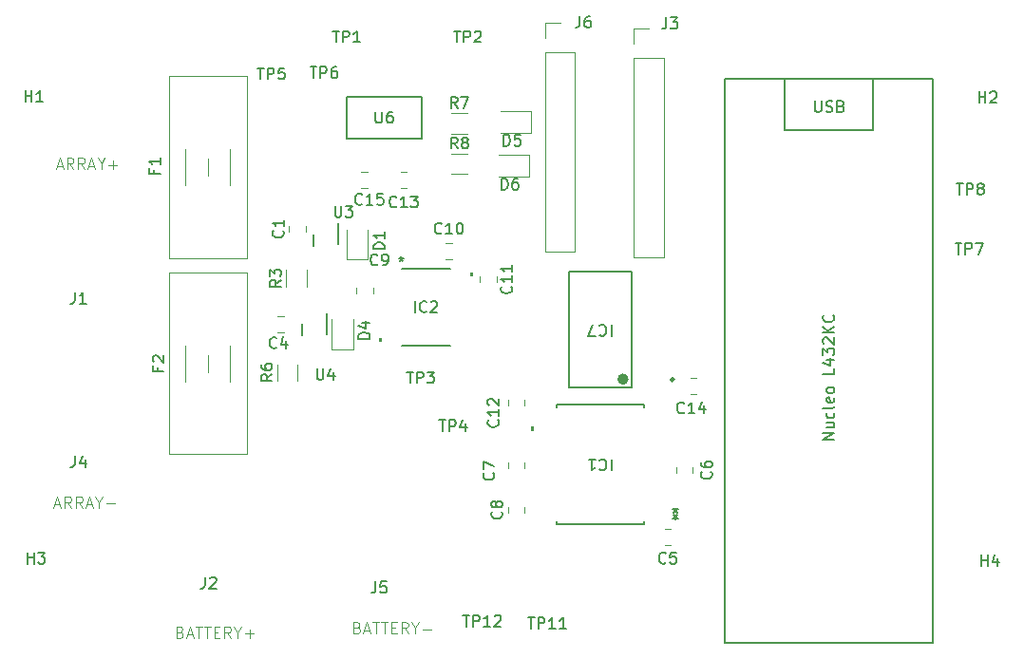
<source format=gbr>
%TF.GenerationSoftware,KiCad,Pcbnew,8.0.5*%
%TF.CreationDate,2025-03-25T16:51:23-05:00*%
%TF.ProjectId,ADC_Board,4144435f-426f-4617-9264-2e6b69636164,rev?*%
%TF.SameCoordinates,Original*%
%TF.FileFunction,Legend,Top*%
%TF.FilePolarity,Positive*%
%FSLAX46Y46*%
G04 Gerber Fmt 4.6, Leading zero omitted, Abs format (unit mm)*
G04 Created by KiCad (PCBNEW 8.0.5) date 2025-03-25 16:51:23*
%MOMM*%
%LPD*%
G01*
G04 APERTURE LIST*
%ADD10C,0.100000*%
%ADD11C,0.150000*%
%ADD12C,0.152400*%
%ADD13C,0.120000*%
%ADD14C,0.000000*%
%ADD15C,0.200000*%
%ADD16C,0.500000*%
%ADD17C,0.250000*%
G04 APERTURE END LIST*
D10*
X152056265Y-62386704D02*
X152532455Y-62386704D01*
X151961027Y-62672419D02*
X152294360Y-61672419D01*
X152294360Y-61672419D02*
X152627693Y-62672419D01*
X153532455Y-62672419D02*
X153199122Y-62196228D01*
X152961027Y-62672419D02*
X152961027Y-61672419D01*
X152961027Y-61672419D02*
X153341979Y-61672419D01*
X153341979Y-61672419D02*
X153437217Y-61720038D01*
X153437217Y-61720038D02*
X153484836Y-61767657D01*
X153484836Y-61767657D02*
X153532455Y-61862895D01*
X153532455Y-61862895D02*
X153532455Y-62005752D01*
X153532455Y-62005752D02*
X153484836Y-62100990D01*
X153484836Y-62100990D02*
X153437217Y-62148609D01*
X153437217Y-62148609D02*
X153341979Y-62196228D01*
X153341979Y-62196228D02*
X152961027Y-62196228D01*
X154532455Y-62672419D02*
X154199122Y-62196228D01*
X153961027Y-62672419D02*
X153961027Y-61672419D01*
X153961027Y-61672419D02*
X154341979Y-61672419D01*
X154341979Y-61672419D02*
X154437217Y-61720038D01*
X154437217Y-61720038D02*
X154484836Y-61767657D01*
X154484836Y-61767657D02*
X154532455Y-61862895D01*
X154532455Y-61862895D02*
X154532455Y-62005752D01*
X154532455Y-62005752D02*
X154484836Y-62100990D01*
X154484836Y-62100990D02*
X154437217Y-62148609D01*
X154437217Y-62148609D02*
X154341979Y-62196228D01*
X154341979Y-62196228D02*
X153961027Y-62196228D01*
X154913408Y-62386704D02*
X155389598Y-62386704D01*
X154818170Y-62672419D02*
X155151503Y-61672419D01*
X155151503Y-61672419D02*
X155484836Y-62672419D01*
X156008646Y-62196228D02*
X156008646Y-62672419D01*
X155675313Y-61672419D02*
X156008646Y-62196228D01*
X156008646Y-62196228D02*
X156341979Y-61672419D01*
X156675313Y-62291466D02*
X157437218Y-62291466D01*
X157056265Y-62672419D02*
X157056265Y-61910514D01*
X151856265Y-92586704D02*
X152332455Y-92586704D01*
X151761027Y-92872419D02*
X152094360Y-91872419D01*
X152094360Y-91872419D02*
X152427693Y-92872419D01*
X153332455Y-92872419D02*
X152999122Y-92396228D01*
X152761027Y-92872419D02*
X152761027Y-91872419D01*
X152761027Y-91872419D02*
X153141979Y-91872419D01*
X153141979Y-91872419D02*
X153237217Y-91920038D01*
X153237217Y-91920038D02*
X153284836Y-91967657D01*
X153284836Y-91967657D02*
X153332455Y-92062895D01*
X153332455Y-92062895D02*
X153332455Y-92205752D01*
X153332455Y-92205752D02*
X153284836Y-92300990D01*
X153284836Y-92300990D02*
X153237217Y-92348609D01*
X153237217Y-92348609D02*
X153141979Y-92396228D01*
X153141979Y-92396228D02*
X152761027Y-92396228D01*
X154332455Y-92872419D02*
X153999122Y-92396228D01*
X153761027Y-92872419D02*
X153761027Y-91872419D01*
X153761027Y-91872419D02*
X154141979Y-91872419D01*
X154141979Y-91872419D02*
X154237217Y-91920038D01*
X154237217Y-91920038D02*
X154284836Y-91967657D01*
X154284836Y-91967657D02*
X154332455Y-92062895D01*
X154332455Y-92062895D02*
X154332455Y-92205752D01*
X154332455Y-92205752D02*
X154284836Y-92300990D01*
X154284836Y-92300990D02*
X154237217Y-92348609D01*
X154237217Y-92348609D02*
X154141979Y-92396228D01*
X154141979Y-92396228D02*
X153761027Y-92396228D01*
X154713408Y-92586704D02*
X155189598Y-92586704D01*
X154618170Y-92872419D02*
X154951503Y-91872419D01*
X154951503Y-91872419D02*
X155284836Y-92872419D01*
X155808646Y-92396228D02*
X155808646Y-92872419D01*
X155475313Y-91872419D02*
X155808646Y-92396228D01*
X155808646Y-92396228D02*
X156141979Y-91872419D01*
X156475313Y-92491466D02*
X157237218Y-92491466D01*
X163037217Y-103948609D02*
X163180074Y-103996228D01*
X163180074Y-103996228D02*
X163227693Y-104043847D01*
X163227693Y-104043847D02*
X163275312Y-104139085D01*
X163275312Y-104139085D02*
X163275312Y-104281942D01*
X163275312Y-104281942D02*
X163227693Y-104377180D01*
X163227693Y-104377180D02*
X163180074Y-104424800D01*
X163180074Y-104424800D02*
X163084836Y-104472419D01*
X163084836Y-104472419D02*
X162703884Y-104472419D01*
X162703884Y-104472419D02*
X162703884Y-103472419D01*
X162703884Y-103472419D02*
X163037217Y-103472419D01*
X163037217Y-103472419D02*
X163132455Y-103520038D01*
X163132455Y-103520038D02*
X163180074Y-103567657D01*
X163180074Y-103567657D02*
X163227693Y-103662895D01*
X163227693Y-103662895D02*
X163227693Y-103758133D01*
X163227693Y-103758133D02*
X163180074Y-103853371D01*
X163180074Y-103853371D02*
X163132455Y-103900990D01*
X163132455Y-103900990D02*
X163037217Y-103948609D01*
X163037217Y-103948609D02*
X162703884Y-103948609D01*
X163656265Y-104186704D02*
X164132455Y-104186704D01*
X163561027Y-104472419D02*
X163894360Y-103472419D01*
X163894360Y-103472419D02*
X164227693Y-104472419D01*
X164418170Y-103472419D02*
X164989598Y-103472419D01*
X164703884Y-104472419D02*
X164703884Y-103472419D01*
X165180075Y-103472419D02*
X165751503Y-103472419D01*
X165465789Y-104472419D02*
X165465789Y-103472419D01*
X166084837Y-103948609D02*
X166418170Y-103948609D01*
X166561027Y-104472419D02*
X166084837Y-104472419D01*
X166084837Y-104472419D02*
X166084837Y-103472419D01*
X166084837Y-103472419D02*
X166561027Y-103472419D01*
X167561027Y-104472419D02*
X167227694Y-103996228D01*
X166989599Y-104472419D02*
X166989599Y-103472419D01*
X166989599Y-103472419D02*
X167370551Y-103472419D01*
X167370551Y-103472419D02*
X167465789Y-103520038D01*
X167465789Y-103520038D02*
X167513408Y-103567657D01*
X167513408Y-103567657D02*
X167561027Y-103662895D01*
X167561027Y-103662895D02*
X167561027Y-103805752D01*
X167561027Y-103805752D02*
X167513408Y-103900990D01*
X167513408Y-103900990D02*
X167465789Y-103948609D01*
X167465789Y-103948609D02*
X167370551Y-103996228D01*
X167370551Y-103996228D02*
X166989599Y-103996228D01*
X168180075Y-103996228D02*
X168180075Y-104472419D01*
X167846742Y-103472419D02*
X168180075Y-103996228D01*
X168180075Y-103996228D02*
X168513408Y-103472419D01*
X168846742Y-104091466D02*
X169608647Y-104091466D01*
X169227694Y-104472419D02*
X169227694Y-103710514D01*
X178837217Y-103548609D02*
X178980074Y-103596228D01*
X178980074Y-103596228D02*
X179027693Y-103643847D01*
X179027693Y-103643847D02*
X179075312Y-103739085D01*
X179075312Y-103739085D02*
X179075312Y-103881942D01*
X179075312Y-103881942D02*
X179027693Y-103977180D01*
X179027693Y-103977180D02*
X178980074Y-104024800D01*
X178980074Y-104024800D02*
X178884836Y-104072419D01*
X178884836Y-104072419D02*
X178503884Y-104072419D01*
X178503884Y-104072419D02*
X178503884Y-103072419D01*
X178503884Y-103072419D02*
X178837217Y-103072419D01*
X178837217Y-103072419D02*
X178932455Y-103120038D01*
X178932455Y-103120038D02*
X178980074Y-103167657D01*
X178980074Y-103167657D02*
X179027693Y-103262895D01*
X179027693Y-103262895D02*
X179027693Y-103358133D01*
X179027693Y-103358133D02*
X178980074Y-103453371D01*
X178980074Y-103453371D02*
X178932455Y-103500990D01*
X178932455Y-103500990D02*
X178837217Y-103548609D01*
X178837217Y-103548609D02*
X178503884Y-103548609D01*
X179456265Y-103786704D02*
X179932455Y-103786704D01*
X179361027Y-104072419D02*
X179694360Y-103072419D01*
X179694360Y-103072419D02*
X180027693Y-104072419D01*
X180218170Y-103072419D02*
X180789598Y-103072419D01*
X180503884Y-104072419D02*
X180503884Y-103072419D01*
X180980075Y-103072419D02*
X181551503Y-103072419D01*
X181265789Y-104072419D02*
X181265789Y-103072419D01*
X181884837Y-103548609D02*
X182218170Y-103548609D01*
X182361027Y-104072419D02*
X181884837Y-104072419D01*
X181884837Y-104072419D02*
X181884837Y-103072419D01*
X181884837Y-103072419D02*
X182361027Y-103072419D01*
X183361027Y-104072419D02*
X183027694Y-103596228D01*
X182789599Y-104072419D02*
X182789599Y-103072419D01*
X182789599Y-103072419D02*
X183170551Y-103072419D01*
X183170551Y-103072419D02*
X183265789Y-103120038D01*
X183265789Y-103120038D02*
X183313408Y-103167657D01*
X183313408Y-103167657D02*
X183361027Y-103262895D01*
X183361027Y-103262895D02*
X183361027Y-103405752D01*
X183361027Y-103405752D02*
X183313408Y-103500990D01*
X183313408Y-103500990D02*
X183265789Y-103548609D01*
X183265789Y-103548609D02*
X183170551Y-103596228D01*
X183170551Y-103596228D02*
X182789599Y-103596228D01*
X183980075Y-103596228D02*
X183980075Y-104072419D01*
X183646742Y-103072419D02*
X183980075Y-103596228D01*
X183980075Y-103596228D02*
X184313408Y-103072419D01*
X184646742Y-103691466D02*
X185408647Y-103691466D01*
D11*
X180462895Y-57554819D02*
X180462895Y-58364342D01*
X180462895Y-58364342D02*
X180510514Y-58459580D01*
X180510514Y-58459580D02*
X180558133Y-58507200D01*
X180558133Y-58507200D02*
X180653371Y-58554819D01*
X180653371Y-58554819D02*
X180843847Y-58554819D01*
X180843847Y-58554819D02*
X180939085Y-58507200D01*
X180939085Y-58507200D02*
X180986704Y-58459580D01*
X180986704Y-58459580D02*
X181034323Y-58364342D01*
X181034323Y-58364342D02*
X181034323Y-57554819D01*
X181939085Y-57554819D02*
X181748609Y-57554819D01*
X181748609Y-57554819D02*
X181653371Y-57602438D01*
X181653371Y-57602438D02*
X181605752Y-57650057D01*
X181605752Y-57650057D02*
X181510514Y-57792914D01*
X181510514Y-57792914D02*
X181462895Y-57983390D01*
X181462895Y-57983390D02*
X181462895Y-58364342D01*
X181462895Y-58364342D02*
X181510514Y-58459580D01*
X181510514Y-58459580D02*
X181558133Y-58507200D01*
X181558133Y-58507200D02*
X181653371Y-58554819D01*
X181653371Y-58554819D02*
X181843847Y-58554819D01*
X181843847Y-58554819D02*
X181939085Y-58507200D01*
X181939085Y-58507200D02*
X181986704Y-58459580D01*
X181986704Y-58459580D02*
X182034323Y-58364342D01*
X182034323Y-58364342D02*
X182034323Y-58126247D01*
X182034323Y-58126247D02*
X181986704Y-58031009D01*
X181986704Y-58031009D02*
X181939085Y-57983390D01*
X181939085Y-57983390D02*
X181843847Y-57935771D01*
X181843847Y-57935771D02*
X181653371Y-57935771D01*
X181653371Y-57935771D02*
X181558133Y-57983390D01*
X181558133Y-57983390D02*
X181510514Y-58031009D01*
X181510514Y-58031009D02*
X181462895Y-58126247D01*
X187438095Y-50354819D02*
X188009523Y-50354819D01*
X187723809Y-51354819D02*
X187723809Y-50354819D01*
X188342857Y-51354819D02*
X188342857Y-50354819D01*
X188342857Y-50354819D02*
X188723809Y-50354819D01*
X188723809Y-50354819D02*
X188819047Y-50402438D01*
X188819047Y-50402438D02*
X188866666Y-50450057D01*
X188866666Y-50450057D02*
X188914285Y-50545295D01*
X188914285Y-50545295D02*
X188914285Y-50688152D01*
X188914285Y-50688152D02*
X188866666Y-50783390D01*
X188866666Y-50783390D02*
X188819047Y-50831009D01*
X188819047Y-50831009D02*
X188723809Y-50878628D01*
X188723809Y-50878628D02*
X188342857Y-50878628D01*
X189295238Y-50450057D02*
X189342857Y-50402438D01*
X189342857Y-50402438D02*
X189438095Y-50354819D01*
X189438095Y-50354819D02*
X189676190Y-50354819D01*
X189676190Y-50354819D02*
X189771428Y-50402438D01*
X189771428Y-50402438D02*
X189819047Y-50450057D01*
X189819047Y-50450057D02*
X189866666Y-50545295D01*
X189866666Y-50545295D02*
X189866666Y-50640533D01*
X189866666Y-50640533D02*
X189819047Y-50783390D01*
X189819047Y-50783390D02*
X189247619Y-51354819D01*
X189247619Y-51354819D02*
X189866666Y-51354819D01*
X180466666Y-99454819D02*
X180466666Y-100169104D01*
X180466666Y-100169104D02*
X180419047Y-100311961D01*
X180419047Y-100311961D02*
X180323809Y-100407200D01*
X180323809Y-100407200D02*
X180180952Y-100454819D01*
X180180952Y-100454819D02*
X180085714Y-100454819D01*
X181419047Y-99454819D02*
X180942857Y-99454819D01*
X180942857Y-99454819D02*
X180895238Y-99931009D01*
X180895238Y-99931009D02*
X180942857Y-99883390D01*
X180942857Y-99883390D02*
X181038095Y-99835771D01*
X181038095Y-99835771D02*
X181276190Y-99835771D01*
X181276190Y-99835771D02*
X181371428Y-99883390D01*
X181371428Y-99883390D02*
X181419047Y-99931009D01*
X181419047Y-99931009D02*
X181466666Y-100026247D01*
X181466666Y-100026247D02*
X181466666Y-100264342D01*
X181466666Y-100264342D02*
X181419047Y-100359580D01*
X181419047Y-100359580D02*
X181371428Y-100407200D01*
X181371428Y-100407200D02*
X181276190Y-100454819D01*
X181276190Y-100454819D02*
X181038095Y-100454819D01*
X181038095Y-100454819D02*
X180942857Y-100407200D01*
X180942857Y-100407200D02*
X180895238Y-100359580D01*
X232238095Y-63954819D02*
X232809523Y-63954819D01*
X232523809Y-64954819D02*
X232523809Y-63954819D01*
X233142857Y-64954819D02*
X233142857Y-63954819D01*
X233142857Y-63954819D02*
X233523809Y-63954819D01*
X233523809Y-63954819D02*
X233619047Y-64002438D01*
X233619047Y-64002438D02*
X233666666Y-64050057D01*
X233666666Y-64050057D02*
X233714285Y-64145295D01*
X233714285Y-64145295D02*
X233714285Y-64288152D01*
X233714285Y-64288152D02*
X233666666Y-64383390D01*
X233666666Y-64383390D02*
X233619047Y-64431009D01*
X233619047Y-64431009D02*
X233523809Y-64478628D01*
X233523809Y-64478628D02*
X233142857Y-64478628D01*
X234285714Y-64383390D02*
X234190476Y-64335771D01*
X234190476Y-64335771D02*
X234142857Y-64288152D01*
X234142857Y-64288152D02*
X234095238Y-64192914D01*
X234095238Y-64192914D02*
X234095238Y-64145295D01*
X234095238Y-64145295D02*
X234142857Y-64050057D01*
X234142857Y-64050057D02*
X234190476Y-64002438D01*
X234190476Y-64002438D02*
X234285714Y-63954819D01*
X234285714Y-63954819D02*
X234476190Y-63954819D01*
X234476190Y-63954819D02*
X234571428Y-64002438D01*
X234571428Y-64002438D02*
X234619047Y-64050057D01*
X234619047Y-64050057D02*
X234666666Y-64145295D01*
X234666666Y-64145295D02*
X234666666Y-64192914D01*
X234666666Y-64192914D02*
X234619047Y-64288152D01*
X234619047Y-64288152D02*
X234571428Y-64335771D01*
X234571428Y-64335771D02*
X234476190Y-64383390D01*
X234476190Y-64383390D02*
X234285714Y-64383390D01*
X234285714Y-64383390D02*
X234190476Y-64431009D01*
X234190476Y-64431009D02*
X234142857Y-64478628D01*
X234142857Y-64478628D02*
X234095238Y-64573866D01*
X234095238Y-64573866D02*
X234095238Y-64764342D01*
X234095238Y-64764342D02*
X234142857Y-64859580D01*
X234142857Y-64859580D02*
X234190476Y-64907200D01*
X234190476Y-64907200D02*
X234285714Y-64954819D01*
X234285714Y-64954819D02*
X234476190Y-64954819D01*
X234476190Y-64954819D02*
X234571428Y-64907200D01*
X234571428Y-64907200D02*
X234619047Y-64859580D01*
X234619047Y-64859580D02*
X234666666Y-64764342D01*
X234666666Y-64764342D02*
X234666666Y-64573866D01*
X234666666Y-64573866D02*
X234619047Y-64478628D01*
X234619047Y-64478628D02*
X234571428Y-64431009D01*
X234571428Y-64431009D02*
X234476190Y-64383390D01*
X172179580Y-68166666D02*
X172227200Y-68214285D01*
X172227200Y-68214285D02*
X172274819Y-68357142D01*
X172274819Y-68357142D02*
X172274819Y-68452380D01*
X172274819Y-68452380D02*
X172227200Y-68595237D01*
X172227200Y-68595237D02*
X172131961Y-68690475D01*
X172131961Y-68690475D02*
X172036723Y-68738094D01*
X172036723Y-68738094D02*
X171846247Y-68785713D01*
X171846247Y-68785713D02*
X171703390Y-68785713D01*
X171703390Y-68785713D02*
X171512914Y-68738094D01*
X171512914Y-68738094D02*
X171417676Y-68690475D01*
X171417676Y-68690475D02*
X171322438Y-68595237D01*
X171322438Y-68595237D02*
X171274819Y-68452380D01*
X171274819Y-68452380D02*
X171274819Y-68357142D01*
X171274819Y-68357142D02*
X171322438Y-68214285D01*
X171322438Y-68214285D02*
X171370057Y-68166666D01*
X172274819Y-67214285D02*
X172274819Y-67785713D01*
X172274819Y-67499999D02*
X171274819Y-67499999D01*
X171274819Y-67499999D02*
X171417676Y-67595237D01*
X171417676Y-67595237D02*
X171512914Y-67690475D01*
X171512914Y-67690475D02*
X171560533Y-67785713D01*
X191686705Y-64504819D02*
X191686705Y-63504819D01*
X191686705Y-63504819D02*
X191924800Y-63504819D01*
X191924800Y-63504819D02*
X192067657Y-63552438D01*
X192067657Y-63552438D02*
X192162895Y-63647676D01*
X192162895Y-63647676D02*
X192210514Y-63742914D01*
X192210514Y-63742914D02*
X192258133Y-63933390D01*
X192258133Y-63933390D02*
X192258133Y-64076247D01*
X192258133Y-64076247D02*
X192210514Y-64266723D01*
X192210514Y-64266723D02*
X192162895Y-64361961D01*
X192162895Y-64361961D02*
X192067657Y-64457200D01*
X192067657Y-64457200D02*
X191924800Y-64504819D01*
X191924800Y-64504819D02*
X191686705Y-64504819D01*
X193115276Y-63504819D02*
X192924800Y-63504819D01*
X192924800Y-63504819D02*
X192829562Y-63552438D01*
X192829562Y-63552438D02*
X192781943Y-63600057D01*
X192781943Y-63600057D02*
X192686705Y-63742914D01*
X192686705Y-63742914D02*
X192639086Y-63933390D01*
X192639086Y-63933390D02*
X192639086Y-64314342D01*
X192639086Y-64314342D02*
X192686705Y-64409580D01*
X192686705Y-64409580D02*
X192734324Y-64457200D01*
X192734324Y-64457200D02*
X192829562Y-64504819D01*
X192829562Y-64504819D02*
X193020038Y-64504819D01*
X193020038Y-64504819D02*
X193115276Y-64457200D01*
X193115276Y-64457200D02*
X193162895Y-64409580D01*
X193162895Y-64409580D02*
X193210514Y-64314342D01*
X193210514Y-64314342D02*
X193210514Y-64076247D01*
X193210514Y-64076247D02*
X193162895Y-63981009D01*
X193162895Y-63981009D02*
X193115276Y-63933390D01*
X193115276Y-63933390D02*
X193020038Y-63885771D01*
X193020038Y-63885771D02*
X192829562Y-63885771D01*
X192829562Y-63885771D02*
X192734324Y-63933390D01*
X192734324Y-63933390D02*
X192686705Y-63981009D01*
X192686705Y-63981009D02*
X192639086Y-64076247D01*
X180633333Y-71159580D02*
X180585714Y-71207200D01*
X180585714Y-71207200D02*
X180442857Y-71254819D01*
X180442857Y-71254819D02*
X180347619Y-71254819D01*
X180347619Y-71254819D02*
X180204762Y-71207200D01*
X180204762Y-71207200D02*
X180109524Y-71111961D01*
X180109524Y-71111961D02*
X180061905Y-71016723D01*
X180061905Y-71016723D02*
X180014286Y-70826247D01*
X180014286Y-70826247D02*
X180014286Y-70683390D01*
X180014286Y-70683390D02*
X180061905Y-70492914D01*
X180061905Y-70492914D02*
X180109524Y-70397676D01*
X180109524Y-70397676D02*
X180204762Y-70302438D01*
X180204762Y-70302438D02*
X180347619Y-70254819D01*
X180347619Y-70254819D02*
X180442857Y-70254819D01*
X180442857Y-70254819D02*
X180585714Y-70302438D01*
X180585714Y-70302438D02*
X180633333Y-70350057D01*
X181109524Y-71254819D02*
X181300000Y-71254819D01*
X181300000Y-71254819D02*
X181395238Y-71207200D01*
X181395238Y-71207200D02*
X181442857Y-71159580D01*
X181442857Y-71159580D02*
X181538095Y-71016723D01*
X181538095Y-71016723D02*
X181585714Y-70826247D01*
X181585714Y-70826247D02*
X181585714Y-70445295D01*
X181585714Y-70445295D02*
X181538095Y-70350057D01*
X181538095Y-70350057D02*
X181490476Y-70302438D01*
X181490476Y-70302438D02*
X181395238Y-70254819D01*
X181395238Y-70254819D02*
X181204762Y-70254819D01*
X181204762Y-70254819D02*
X181109524Y-70302438D01*
X181109524Y-70302438D02*
X181061905Y-70350057D01*
X181061905Y-70350057D02*
X181014286Y-70445295D01*
X181014286Y-70445295D02*
X181014286Y-70683390D01*
X181014286Y-70683390D02*
X181061905Y-70778628D01*
X181061905Y-70778628D02*
X181109524Y-70826247D01*
X181109524Y-70826247D02*
X181204762Y-70873866D01*
X181204762Y-70873866D02*
X181395238Y-70873866D01*
X181395238Y-70873866D02*
X181490476Y-70826247D01*
X181490476Y-70826247D02*
X181538095Y-70778628D01*
X181538095Y-70778628D02*
X181585714Y-70683390D01*
X171234819Y-80966666D02*
X170758628Y-81299999D01*
X171234819Y-81538094D02*
X170234819Y-81538094D01*
X170234819Y-81538094D02*
X170234819Y-81157142D01*
X170234819Y-81157142D02*
X170282438Y-81061904D01*
X170282438Y-81061904D02*
X170330057Y-81014285D01*
X170330057Y-81014285D02*
X170425295Y-80966666D01*
X170425295Y-80966666D02*
X170568152Y-80966666D01*
X170568152Y-80966666D02*
X170663390Y-81014285D01*
X170663390Y-81014285D02*
X170711009Y-81061904D01*
X170711009Y-81061904D02*
X170758628Y-81157142D01*
X170758628Y-81157142D02*
X170758628Y-81538094D01*
X170234819Y-80109523D02*
X170234819Y-80299999D01*
X170234819Y-80299999D02*
X170282438Y-80395237D01*
X170282438Y-80395237D02*
X170330057Y-80442856D01*
X170330057Y-80442856D02*
X170472914Y-80538094D01*
X170472914Y-80538094D02*
X170663390Y-80585713D01*
X170663390Y-80585713D02*
X171044342Y-80585713D01*
X171044342Y-80585713D02*
X171139580Y-80538094D01*
X171139580Y-80538094D02*
X171187200Y-80490475D01*
X171187200Y-80490475D02*
X171234819Y-80395237D01*
X171234819Y-80395237D02*
X171234819Y-80204761D01*
X171234819Y-80204761D02*
X171187200Y-80109523D01*
X171187200Y-80109523D02*
X171139580Y-80061904D01*
X171139580Y-80061904D02*
X171044342Y-80014285D01*
X171044342Y-80014285D02*
X170806247Y-80014285D01*
X170806247Y-80014285D02*
X170711009Y-80061904D01*
X170711009Y-80061904D02*
X170663390Y-80109523D01*
X170663390Y-80109523D02*
X170615771Y-80204761D01*
X170615771Y-80204761D02*
X170615771Y-80395237D01*
X170615771Y-80395237D02*
X170663390Y-80490475D01*
X170663390Y-80490475D02*
X170711009Y-80538094D01*
X170711009Y-80538094D02*
X170806247Y-80585713D01*
X183971060Y-75454819D02*
X183971060Y-74454819D01*
X185018678Y-75359580D02*
X184971059Y-75407200D01*
X184971059Y-75407200D02*
X184828202Y-75454819D01*
X184828202Y-75454819D02*
X184732964Y-75454819D01*
X184732964Y-75454819D02*
X184590107Y-75407200D01*
X184590107Y-75407200D02*
X184494869Y-75311961D01*
X184494869Y-75311961D02*
X184447250Y-75216723D01*
X184447250Y-75216723D02*
X184399631Y-75026247D01*
X184399631Y-75026247D02*
X184399631Y-74883390D01*
X184399631Y-74883390D02*
X184447250Y-74692914D01*
X184447250Y-74692914D02*
X184494869Y-74597676D01*
X184494869Y-74597676D02*
X184590107Y-74502438D01*
X184590107Y-74502438D02*
X184732964Y-74454819D01*
X184732964Y-74454819D02*
X184828202Y-74454819D01*
X184828202Y-74454819D02*
X184971059Y-74502438D01*
X184971059Y-74502438D02*
X185018678Y-74550057D01*
X185399631Y-74550057D02*
X185447250Y-74502438D01*
X185447250Y-74502438D02*
X185542488Y-74454819D01*
X185542488Y-74454819D02*
X185780583Y-74454819D01*
X185780583Y-74454819D02*
X185875821Y-74502438D01*
X185875821Y-74502438D02*
X185923440Y-74550057D01*
X185923440Y-74550057D02*
X185971059Y-74645295D01*
X185971059Y-74645295D02*
X185971059Y-74740533D01*
X185971059Y-74740533D02*
X185923440Y-74883390D01*
X185923440Y-74883390D02*
X185352012Y-75454819D01*
X185352012Y-75454819D02*
X185971059Y-75454819D01*
X182747250Y-70454819D02*
X182747250Y-70692914D01*
X182509155Y-70597676D02*
X182747250Y-70692914D01*
X182747250Y-70692914D02*
X182985345Y-70597676D01*
X182604393Y-70883390D02*
X182747250Y-70692914D01*
X182747250Y-70692914D02*
X182890107Y-70883390D01*
X176638095Y-50354819D02*
X177209523Y-50354819D01*
X176923809Y-51354819D02*
X176923809Y-50354819D01*
X177542857Y-51354819D02*
X177542857Y-50354819D01*
X177542857Y-50354819D02*
X177923809Y-50354819D01*
X177923809Y-50354819D02*
X178019047Y-50402438D01*
X178019047Y-50402438D02*
X178066666Y-50450057D01*
X178066666Y-50450057D02*
X178114285Y-50545295D01*
X178114285Y-50545295D02*
X178114285Y-50688152D01*
X178114285Y-50688152D02*
X178066666Y-50783390D01*
X178066666Y-50783390D02*
X178019047Y-50831009D01*
X178019047Y-50831009D02*
X177923809Y-50878628D01*
X177923809Y-50878628D02*
X177542857Y-50878628D01*
X179066666Y-51354819D02*
X178495238Y-51354819D01*
X178780952Y-51354819D02*
X178780952Y-50354819D01*
X178780952Y-50354819D02*
X178685714Y-50497676D01*
X178685714Y-50497676D02*
X178590476Y-50592914D01*
X178590476Y-50592914D02*
X178495238Y-50640533D01*
X176838095Y-65954819D02*
X176838095Y-66764342D01*
X176838095Y-66764342D02*
X176885714Y-66859580D01*
X176885714Y-66859580D02*
X176933333Y-66907200D01*
X176933333Y-66907200D02*
X177028571Y-66954819D01*
X177028571Y-66954819D02*
X177219047Y-66954819D01*
X177219047Y-66954819D02*
X177314285Y-66907200D01*
X177314285Y-66907200D02*
X177361904Y-66859580D01*
X177361904Y-66859580D02*
X177409523Y-66764342D01*
X177409523Y-66764342D02*
X177409523Y-65954819D01*
X177790476Y-65954819D02*
X178409523Y-65954819D01*
X178409523Y-65954819D02*
X178076190Y-66335771D01*
X178076190Y-66335771D02*
X178219047Y-66335771D01*
X178219047Y-66335771D02*
X178314285Y-66383390D01*
X178314285Y-66383390D02*
X178361904Y-66431009D01*
X178361904Y-66431009D02*
X178409523Y-66526247D01*
X178409523Y-66526247D02*
X178409523Y-66764342D01*
X178409523Y-66764342D02*
X178361904Y-66859580D01*
X178361904Y-66859580D02*
X178314285Y-66907200D01*
X178314285Y-66907200D02*
X178219047Y-66954819D01*
X178219047Y-66954819D02*
X177933333Y-66954819D01*
X177933333Y-66954819D02*
X177838095Y-66907200D01*
X177838095Y-66907200D02*
X177790476Y-66859580D01*
X149238095Y-56664819D02*
X149238095Y-55664819D01*
X149238095Y-56141009D02*
X149809523Y-56141009D01*
X149809523Y-56664819D02*
X149809523Y-55664819D01*
X150809523Y-56664819D02*
X150238095Y-56664819D01*
X150523809Y-56664819D02*
X150523809Y-55664819D01*
X150523809Y-55664819D02*
X150428571Y-55807676D01*
X150428571Y-55807676D02*
X150333333Y-55902914D01*
X150333333Y-55902914D02*
X150238095Y-55950533D01*
X153666666Y-88254819D02*
X153666666Y-88969104D01*
X153666666Y-88969104D02*
X153619047Y-89111961D01*
X153619047Y-89111961D02*
X153523809Y-89207200D01*
X153523809Y-89207200D02*
X153380952Y-89254819D01*
X153380952Y-89254819D02*
X153285714Y-89254819D01*
X154571428Y-88588152D02*
X154571428Y-89254819D01*
X154333333Y-88207200D02*
X154095238Y-88921485D01*
X154095238Y-88921485D02*
X154714285Y-88921485D01*
X198666666Y-49054819D02*
X198666666Y-49769104D01*
X198666666Y-49769104D02*
X198619047Y-49911961D01*
X198619047Y-49911961D02*
X198523809Y-50007200D01*
X198523809Y-50007200D02*
X198380952Y-50054819D01*
X198380952Y-50054819D02*
X198285714Y-50054819D01*
X199571428Y-49054819D02*
X199380952Y-49054819D01*
X199380952Y-49054819D02*
X199285714Y-49102438D01*
X199285714Y-49102438D02*
X199238095Y-49150057D01*
X199238095Y-49150057D02*
X199142857Y-49292914D01*
X199142857Y-49292914D02*
X199095238Y-49483390D01*
X199095238Y-49483390D02*
X199095238Y-49864342D01*
X199095238Y-49864342D02*
X199142857Y-49959580D01*
X199142857Y-49959580D02*
X199190476Y-50007200D01*
X199190476Y-50007200D02*
X199285714Y-50054819D01*
X199285714Y-50054819D02*
X199476190Y-50054819D01*
X199476190Y-50054819D02*
X199571428Y-50007200D01*
X199571428Y-50007200D02*
X199619047Y-49959580D01*
X199619047Y-49959580D02*
X199666666Y-49864342D01*
X199666666Y-49864342D02*
X199666666Y-49626247D01*
X199666666Y-49626247D02*
X199619047Y-49531009D01*
X199619047Y-49531009D02*
X199571428Y-49483390D01*
X199571428Y-49483390D02*
X199476190Y-49435771D01*
X199476190Y-49435771D02*
X199285714Y-49435771D01*
X199285714Y-49435771D02*
X199190476Y-49483390D01*
X199190476Y-49483390D02*
X199142857Y-49531009D01*
X199142857Y-49531009D02*
X199095238Y-49626247D01*
X161061009Y-80333333D02*
X161061009Y-80666666D01*
X161584819Y-80666666D02*
X160584819Y-80666666D01*
X160584819Y-80666666D02*
X160584819Y-80190476D01*
X160680057Y-79857142D02*
X160632438Y-79809523D01*
X160632438Y-79809523D02*
X160584819Y-79714285D01*
X160584819Y-79714285D02*
X160584819Y-79476190D01*
X160584819Y-79476190D02*
X160632438Y-79380952D01*
X160632438Y-79380952D02*
X160680057Y-79333333D01*
X160680057Y-79333333D02*
X160775295Y-79285714D01*
X160775295Y-79285714D02*
X160870533Y-79285714D01*
X160870533Y-79285714D02*
X161013390Y-79333333D01*
X161013390Y-79333333D02*
X161584819Y-79904761D01*
X161584819Y-79904761D02*
X161584819Y-79285714D01*
X160731009Y-62733333D02*
X160731009Y-63066666D01*
X161254819Y-63066666D02*
X160254819Y-63066666D01*
X160254819Y-63066666D02*
X160254819Y-62590476D01*
X161254819Y-61685714D02*
X161254819Y-62257142D01*
X161254819Y-61971428D02*
X160254819Y-61971428D01*
X160254819Y-61971428D02*
X160397676Y-62066666D01*
X160397676Y-62066666D02*
X160492914Y-62161904D01*
X160492914Y-62161904D02*
X160540533Y-62257142D01*
X183238095Y-80754819D02*
X183809523Y-80754819D01*
X183523809Y-81754819D02*
X183523809Y-80754819D01*
X184142857Y-81754819D02*
X184142857Y-80754819D01*
X184142857Y-80754819D02*
X184523809Y-80754819D01*
X184523809Y-80754819D02*
X184619047Y-80802438D01*
X184619047Y-80802438D02*
X184666666Y-80850057D01*
X184666666Y-80850057D02*
X184714285Y-80945295D01*
X184714285Y-80945295D02*
X184714285Y-81088152D01*
X184714285Y-81088152D02*
X184666666Y-81183390D01*
X184666666Y-81183390D02*
X184619047Y-81231009D01*
X184619047Y-81231009D02*
X184523809Y-81278628D01*
X184523809Y-81278628D02*
X184142857Y-81278628D01*
X185047619Y-80754819D02*
X185666666Y-80754819D01*
X185666666Y-80754819D02*
X185333333Y-81135771D01*
X185333333Y-81135771D02*
X185476190Y-81135771D01*
X185476190Y-81135771D02*
X185571428Y-81183390D01*
X185571428Y-81183390D02*
X185619047Y-81231009D01*
X185619047Y-81231009D02*
X185666666Y-81326247D01*
X185666666Y-81326247D02*
X185666666Y-81564342D01*
X185666666Y-81564342D02*
X185619047Y-81659580D01*
X185619047Y-81659580D02*
X185571428Y-81707200D01*
X185571428Y-81707200D02*
X185476190Y-81754819D01*
X185476190Y-81754819D02*
X185190476Y-81754819D01*
X185190476Y-81754819D02*
X185095238Y-81707200D01*
X185095238Y-81707200D02*
X185047619Y-81659580D01*
X149438095Y-97854819D02*
X149438095Y-96854819D01*
X149438095Y-97331009D02*
X150009523Y-97331009D01*
X150009523Y-97854819D02*
X150009523Y-96854819D01*
X150390476Y-96854819D02*
X151009523Y-96854819D01*
X151009523Y-96854819D02*
X150676190Y-97235771D01*
X150676190Y-97235771D02*
X150819047Y-97235771D01*
X150819047Y-97235771D02*
X150914285Y-97283390D01*
X150914285Y-97283390D02*
X150961904Y-97331009D01*
X150961904Y-97331009D02*
X151009523Y-97426247D01*
X151009523Y-97426247D02*
X151009523Y-97664342D01*
X151009523Y-97664342D02*
X150961904Y-97759580D01*
X150961904Y-97759580D02*
X150914285Y-97807200D01*
X150914285Y-97807200D02*
X150819047Y-97854819D01*
X150819047Y-97854819D02*
X150533333Y-97854819D01*
X150533333Y-97854819D02*
X150438095Y-97807200D01*
X150438095Y-97807200D02*
X150390476Y-97759580D01*
X232138095Y-69254819D02*
X232709523Y-69254819D01*
X232423809Y-70254819D02*
X232423809Y-69254819D01*
X233042857Y-70254819D02*
X233042857Y-69254819D01*
X233042857Y-69254819D02*
X233423809Y-69254819D01*
X233423809Y-69254819D02*
X233519047Y-69302438D01*
X233519047Y-69302438D02*
X233566666Y-69350057D01*
X233566666Y-69350057D02*
X233614285Y-69445295D01*
X233614285Y-69445295D02*
X233614285Y-69588152D01*
X233614285Y-69588152D02*
X233566666Y-69683390D01*
X233566666Y-69683390D02*
X233519047Y-69731009D01*
X233519047Y-69731009D02*
X233423809Y-69778628D01*
X233423809Y-69778628D02*
X233042857Y-69778628D01*
X233947619Y-69254819D02*
X234614285Y-69254819D01*
X234614285Y-69254819D02*
X234185714Y-70254819D01*
X169938095Y-53654819D02*
X170509523Y-53654819D01*
X170223809Y-54654819D02*
X170223809Y-53654819D01*
X170842857Y-54654819D02*
X170842857Y-53654819D01*
X170842857Y-53654819D02*
X171223809Y-53654819D01*
X171223809Y-53654819D02*
X171319047Y-53702438D01*
X171319047Y-53702438D02*
X171366666Y-53750057D01*
X171366666Y-53750057D02*
X171414285Y-53845295D01*
X171414285Y-53845295D02*
X171414285Y-53988152D01*
X171414285Y-53988152D02*
X171366666Y-54083390D01*
X171366666Y-54083390D02*
X171319047Y-54131009D01*
X171319047Y-54131009D02*
X171223809Y-54178628D01*
X171223809Y-54178628D02*
X170842857Y-54178628D01*
X172319047Y-53654819D02*
X171842857Y-53654819D01*
X171842857Y-53654819D02*
X171795238Y-54131009D01*
X171795238Y-54131009D02*
X171842857Y-54083390D01*
X171842857Y-54083390D02*
X171938095Y-54035771D01*
X171938095Y-54035771D02*
X172176190Y-54035771D01*
X172176190Y-54035771D02*
X172271428Y-54083390D01*
X172271428Y-54083390D02*
X172319047Y-54131009D01*
X172319047Y-54131009D02*
X172366666Y-54226247D01*
X172366666Y-54226247D02*
X172366666Y-54464342D01*
X172366666Y-54464342D02*
X172319047Y-54559580D01*
X172319047Y-54559580D02*
X172271428Y-54607200D01*
X172271428Y-54607200D02*
X172176190Y-54654819D01*
X172176190Y-54654819D02*
X171938095Y-54654819D01*
X171938095Y-54654819D02*
X171842857Y-54607200D01*
X171842857Y-54607200D02*
X171795238Y-54559580D01*
X191886705Y-60604819D02*
X191886705Y-59604819D01*
X191886705Y-59604819D02*
X192124800Y-59604819D01*
X192124800Y-59604819D02*
X192267657Y-59652438D01*
X192267657Y-59652438D02*
X192362895Y-59747676D01*
X192362895Y-59747676D02*
X192410514Y-59842914D01*
X192410514Y-59842914D02*
X192458133Y-60033390D01*
X192458133Y-60033390D02*
X192458133Y-60176247D01*
X192458133Y-60176247D02*
X192410514Y-60366723D01*
X192410514Y-60366723D02*
X192362895Y-60461961D01*
X192362895Y-60461961D02*
X192267657Y-60557200D01*
X192267657Y-60557200D02*
X192124800Y-60604819D01*
X192124800Y-60604819D02*
X191886705Y-60604819D01*
X193362895Y-59604819D02*
X192886705Y-59604819D01*
X192886705Y-59604819D02*
X192839086Y-60081009D01*
X192839086Y-60081009D02*
X192886705Y-60033390D01*
X192886705Y-60033390D02*
X192981943Y-59985771D01*
X192981943Y-59985771D02*
X193220038Y-59985771D01*
X193220038Y-59985771D02*
X193315276Y-60033390D01*
X193315276Y-60033390D02*
X193362895Y-60081009D01*
X193362895Y-60081009D02*
X193410514Y-60176247D01*
X193410514Y-60176247D02*
X193410514Y-60414342D01*
X193410514Y-60414342D02*
X193362895Y-60509580D01*
X193362895Y-60509580D02*
X193315276Y-60557200D01*
X193315276Y-60557200D02*
X193220038Y-60604819D01*
X193220038Y-60604819D02*
X192981943Y-60604819D01*
X192981943Y-60604819D02*
X192886705Y-60557200D01*
X192886705Y-60557200D02*
X192839086Y-60509580D01*
X210359580Y-89666666D02*
X210407200Y-89714285D01*
X210407200Y-89714285D02*
X210454819Y-89857142D01*
X210454819Y-89857142D02*
X210454819Y-89952380D01*
X210454819Y-89952380D02*
X210407200Y-90095237D01*
X210407200Y-90095237D02*
X210311961Y-90190475D01*
X210311961Y-90190475D02*
X210216723Y-90238094D01*
X210216723Y-90238094D02*
X210026247Y-90285713D01*
X210026247Y-90285713D02*
X209883390Y-90285713D01*
X209883390Y-90285713D02*
X209692914Y-90238094D01*
X209692914Y-90238094D02*
X209597676Y-90190475D01*
X209597676Y-90190475D02*
X209502438Y-90095237D01*
X209502438Y-90095237D02*
X209454819Y-89952380D01*
X209454819Y-89952380D02*
X209454819Y-89857142D01*
X209454819Y-89857142D02*
X209502438Y-89714285D01*
X209502438Y-89714285D02*
X209550057Y-89666666D01*
X209454819Y-88809523D02*
X209454819Y-88999999D01*
X209454819Y-88999999D02*
X209502438Y-89095237D01*
X209502438Y-89095237D02*
X209550057Y-89142856D01*
X209550057Y-89142856D02*
X209692914Y-89238094D01*
X209692914Y-89238094D02*
X209883390Y-89285713D01*
X209883390Y-89285713D02*
X210264342Y-89285713D01*
X210264342Y-89285713D02*
X210359580Y-89238094D01*
X210359580Y-89238094D02*
X210407200Y-89190475D01*
X210407200Y-89190475D02*
X210454819Y-89095237D01*
X210454819Y-89095237D02*
X210454819Y-88904761D01*
X210454819Y-88904761D02*
X210407200Y-88809523D01*
X210407200Y-88809523D02*
X210359580Y-88761904D01*
X210359580Y-88761904D02*
X210264342Y-88714285D01*
X210264342Y-88714285D02*
X210026247Y-88714285D01*
X210026247Y-88714285D02*
X209931009Y-88761904D01*
X209931009Y-88761904D02*
X209883390Y-88809523D01*
X209883390Y-88809523D02*
X209835771Y-88904761D01*
X209835771Y-88904761D02*
X209835771Y-89095237D01*
X209835771Y-89095237D02*
X209883390Y-89190475D01*
X209883390Y-89190475D02*
X209931009Y-89238094D01*
X209931009Y-89238094D02*
X210026247Y-89285713D01*
X153666666Y-73654819D02*
X153666666Y-74369104D01*
X153666666Y-74369104D02*
X153619047Y-74511961D01*
X153619047Y-74511961D02*
X153523809Y-74607200D01*
X153523809Y-74607200D02*
X153380952Y-74654819D01*
X153380952Y-74654819D02*
X153285714Y-74654819D01*
X154666666Y-74654819D02*
X154095238Y-74654819D01*
X154380952Y-74654819D02*
X154380952Y-73654819D01*
X154380952Y-73654819D02*
X154285714Y-73797676D01*
X154285714Y-73797676D02*
X154190476Y-73892914D01*
X154190476Y-73892914D02*
X154095238Y-73940533D01*
X191359580Y-85042857D02*
X191407200Y-85090476D01*
X191407200Y-85090476D02*
X191454819Y-85233333D01*
X191454819Y-85233333D02*
X191454819Y-85328571D01*
X191454819Y-85328571D02*
X191407200Y-85471428D01*
X191407200Y-85471428D02*
X191311961Y-85566666D01*
X191311961Y-85566666D02*
X191216723Y-85614285D01*
X191216723Y-85614285D02*
X191026247Y-85661904D01*
X191026247Y-85661904D02*
X190883390Y-85661904D01*
X190883390Y-85661904D02*
X190692914Y-85614285D01*
X190692914Y-85614285D02*
X190597676Y-85566666D01*
X190597676Y-85566666D02*
X190502438Y-85471428D01*
X190502438Y-85471428D02*
X190454819Y-85328571D01*
X190454819Y-85328571D02*
X190454819Y-85233333D01*
X190454819Y-85233333D02*
X190502438Y-85090476D01*
X190502438Y-85090476D02*
X190550057Y-85042857D01*
X191454819Y-84090476D02*
X191454819Y-84661904D01*
X191454819Y-84376190D02*
X190454819Y-84376190D01*
X190454819Y-84376190D02*
X190597676Y-84471428D01*
X190597676Y-84471428D02*
X190692914Y-84566666D01*
X190692914Y-84566666D02*
X190740533Y-84661904D01*
X190550057Y-83709523D02*
X190502438Y-83661904D01*
X190502438Y-83661904D02*
X190454819Y-83566666D01*
X190454819Y-83566666D02*
X190454819Y-83328571D01*
X190454819Y-83328571D02*
X190502438Y-83233333D01*
X190502438Y-83233333D02*
X190550057Y-83185714D01*
X190550057Y-83185714D02*
X190645295Y-83138095D01*
X190645295Y-83138095D02*
X190740533Y-83138095D01*
X190740533Y-83138095D02*
X190883390Y-83185714D01*
X190883390Y-83185714D02*
X191454819Y-83757142D01*
X191454819Y-83757142D02*
X191454819Y-83138095D01*
X191679580Y-93216666D02*
X191727200Y-93264285D01*
X191727200Y-93264285D02*
X191774819Y-93407142D01*
X191774819Y-93407142D02*
X191774819Y-93502380D01*
X191774819Y-93502380D02*
X191727200Y-93645237D01*
X191727200Y-93645237D02*
X191631961Y-93740475D01*
X191631961Y-93740475D02*
X191536723Y-93788094D01*
X191536723Y-93788094D02*
X191346247Y-93835713D01*
X191346247Y-93835713D02*
X191203390Y-93835713D01*
X191203390Y-93835713D02*
X191012914Y-93788094D01*
X191012914Y-93788094D02*
X190917676Y-93740475D01*
X190917676Y-93740475D02*
X190822438Y-93645237D01*
X190822438Y-93645237D02*
X190774819Y-93502380D01*
X190774819Y-93502380D02*
X190774819Y-93407142D01*
X190774819Y-93407142D02*
X190822438Y-93264285D01*
X190822438Y-93264285D02*
X190870057Y-93216666D01*
X191203390Y-92645237D02*
X191155771Y-92740475D01*
X191155771Y-92740475D02*
X191108152Y-92788094D01*
X191108152Y-92788094D02*
X191012914Y-92835713D01*
X191012914Y-92835713D02*
X190965295Y-92835713D01*
X190965295Y-92835713D02*
X190870057Y-92788094D01*
X190870057Y-92788094D02*
X190822438Y-92740475D01*
X190822438Y-92740475D02*
X190774819Y-92645237D01*
X190774819Y-92645237D02*
X190774819Y-92454761D01*
X190774819Y-92454761D02*
X190822438Y-92359523D01*
X190822438Y-92359523D02*
X190870057Y-92311904D01*
X190870057Y-92311904D02*
X190965295Y-92264285D01*
X190965295Y-92264285D02*
X191012914Y-92264285D01*
X191012914Y-92264285D02*
X191108152Y-92311904D01*
X191108152Y-92311904D02*
X191155771Y-92359523D01*
X191155771Y-92359523D02*
X191203390Y-92454761D01*
X191203390Y-92454761D02*
X191203390Y-92645237D01*
X191203390Y-92645237D02*
X191251009Y-92740475D01*
X191251009Y-92740475D02*
X191298628Y-92788094D01*
X191298628Y-92788094D02*
X191393866Y-92835713D01*
X191393866Y-92835713D02*
X191584342Y-92835713D01*
X191584342Y-92835713D02*
X191679580Y-92788094D01*
X191679580Y-92788094D02*
X191727200Y-92740475D01*
X191727200Y-92740475D02*
X191774819Y-92645237D01*
X191774819Y-92645237D02*
X191774819Y-92454761D01*
X191774819Y-92454761D02*
X191727200Y-92359523D01*
X191727200Y-92359523D02*
X191679580Y-92311904D01*
X191679580Y-92311904D02*
X191584342Y-92264285D01*
X191584342Y-92264285D02*
X191393866Y-92264285D01*
X191393866Y-92264285D02*
X191298628Y-92311904D01*
X191298628Y-92311904D02*
X191251009Y-92359523D01*
X191251009Y-92359523D02*
X191203390Y-92454761D01*
X194061905Y-102654819D02*
X194633333Y-102654819D01*
X194347619Y-103654819D02*
X194347619Y-102654819D01*
X194966667Y-103654819D02*
X194966667Y-102654819D01*
X194966667Y-102654819D02*
X195347619Y-102654819D01*
X195347619Y-102654819D02*
X195442857Y-102702438D01*
X195442857Y-102702438D02*
X195490476Y-102750057D01*
X195490476Y-102750057D02*
X195538095Y-102845295D01*
X195538095Y-102845295D02*
X195538095Y-102988152D01*
X195538095Y-102988152D02*
X195490476Y-103083390D01*
X195490476Y-103083390D02*
X195442857Y-103131009D01*
X195442857Y-103131009D02*
X195347619Y-103178628D01*
X195347619Y-103178628D02*
X194966667Y-103178628D01*
X196490476Y-103654819D02*
X195919048Y-103654819D01*
X196204762Y-103654819D02*
X196204762Y-102654819D01*
X196204762Y-102654819D02*
X196109524Y-102797676D01*
X196109524Y-102797676D02*
X196014286Y-102892914D01*
X196014286Y-102892914D02*
X195919048Y-102940533D01*
X197442857Y-103654819D02*
X196871429Y-103654819D01*
X197157143Y-103654819D02*
X197157143Y-102654819D01*
X197157143Y-102654819D02*
X197061905Y-102797676D01*
X197061905Y-102797676D02*
X196966667Y-102892914D01*
X196966667Y-102892914D02*
X196871429Y-102940533D01*
X201476189Y-88545180D02*
X201476189Y-89545180D01*
X200428571Y-88640419D02*
X200476190Y-88592800D01*
X200476190Y-88592800D02*
X200619047Y-88545180D01*
X200619047Y-88545180D02*
X200714285Y-88545180D01*
X200714285Y-88545180D02*
X200857142Y-88592800D01*
X200857142Y-88592800D02*
X200952380Y-88688038D01*
X200952380Y-88688038D02*
X200999999Y-88783276D01*
X200999999Y-88783276D02*
X201047618Y-88973752D01*
X201047618Y-88973752D02*
X201047618Y-89116609D01*
X201047618Y-89116609D02*
X200999999Y-89307085D01*
X200999999Y-89307085D02*
X200952380Y-89402323D01*
X200952380Y-89402323D02*
X200857142Y-89497561D01*
X200857142Y-89497561D02*
X200714285Y-89545180D01*
X200714285Y-89545180D02*
X200619047Y-89545180D01*
X200619047Y-89545180D02*
X200476190Y-89497561D01*
X200476190Y-89497561D02*
X200428571Y-89449942D01*
X199476190Y-88545180D02*
X200047618Y-88545180D01*
X199761904Y-88545180D02*
X199761904Y-89545180D01*
X199761904Y-89545180D02*
X199857142Y-89402323D01*
X199857142Y-89402323D02*
X199952380Y-89307085D01*
X199952380Y-89307085D02*
X200047618Y-89259466D01*
X207199999Y-93945180D02*
X207199999Y-93707085D01*
X207438094Y-93802323D02*
X207199999Y-93707085D01*
X207199999Y-93707085D02*
X206961904Y-93802323D01*
X207342856Y-93516609D02*
X207199999Y-93707085D01*
X207199999Y-93707085D02*
X207057142Y-93516609D01*
X207200000Y-92854819D02*
X207200000Y-93092914D01*
X206961905Y-92997676D02*
X207200000Y-93092914D01*
X207200000Y-93092914D02*
X207438095Y-92997676D01*
X207057143Y-93283390D02*
X207200000Y-93092914D01*
X207200000Y-93092914D02*
X207342857Y-93283390D01*
X179257142Y-65759580D02*
X179209523Y-65807200D01*
X179209523Y-65807200D02*
X179066666Y-65854819D01*
X179066666Y-65854819D02*
X178971428Y-65854819D01*
X178971428Y-65854819D02*
X178828571Y-65807200D01*
X178828571Y-65807200D02*
X178733333Y-65711961D01*
X178733333Y-65711961D02*
X178685714Y-65616723D01*
X178685714Y-65616723D02*
X178638095Y-65426247D01*
X178638095Y-65426247D02*
X178638095Y-65283390D01*
X178638095Y-65283390D02*
X178685714Y-65092914D01*
X178685714Y-65092914D02*
X178733333Y-64997676D01*
X178733333Y-64997676D02*
X178828571Y-64902438D01*
X178828571Y-64902438D02*
X178971428Y-64854819D01*
X178971428Y-64854819D02*
X179066666Y-64854819D01*
X179066666Y-64854819D02*
X179209523Y-64902438D01*
X179209523Y-64902438D02*
X179257142Y-64950057D01*
X180209523Y-65854819D02*
X179638095Y-65854819D01*
X179923809Y-65854819D02*
X179923809Y-64854819D01*
X179923809Y-64854819D02*
X179828571Y-64997676D01*
X179828571Y-64997676D02*
X179733333Y-65092914D01*
X179733333Y-65092914D02*
X179638095Y-65140533D01*
X181114285Y-64854819D02*
X180638095Y-64854819D01*
X180638095Y-64854819D02*
X180590476Y-65331009D01*
X180590476Y-65331009D02*
X180638095Y-65283390D01*
X180638095Y-65283390D02*
X180733333Y-65235771D01*
X180733333Y-65235771D02*
X180971428Y-65235771D01*
X180971428Y-65235771D02*
X181066666Y-65283390D01*
X181066666Y-65283390D02*
X181114285Y-65331009D01*
X181114285Y-65331009D02*
X181161904Y-65426247D01*
X181161904Y-65426247D02*
X181161904Y-65664342D01*
X181161904Y-65664342D02*
X181114285Y-65759580D01*
X181114285Y-65759580D02*
X181066666Y-65807200D01*
X181066666Y-65807200D02*
X180971428Y-65854819D01*
X180971428Y-65854819D02*
X180733333Y-65854819D01*
X180733333Y-65854819D02*
X180638095Y-65807200D01*
X180638095Y-65807200D02*
X180590476Y-65759580D01*
X190959580Y-89766666D02*
X191007200Y-89814285D01*
X191007200Y-89814285D02*
X191054819Y-89957142D01*
X191054819Y-89957142D02*
X191054819Y-90052380D01*
X191054819Y-90052380D02*
X191007200Y-90195237D01*
X191007200Y-90195237D02*
X190911961Y-90290475D01*
X190911961Y-90290475D02*
X190816723Y-90338094D01*
X190816723Y-90338094D02*
X190626247Y-90385713D01*
X190626247Y-90385713D02*
X190483390Y-90385713D01*
X190483390Y-90385713D02*
X190292914Y-90338094D01*
X190292914Y-90338094D02*
X190197676Y-90290475D01*
X190197676Y-90290475D02*
X190102438Y-90195237D01*
X190102438Y-90195237D02*
X190054819Y-90052380D01*
X190054819Y-90052380D02*
X190054819Y-89957142D01*
X190054819Y-89957142D02*
X190102438Y-89814285D01*
X190102438Y-89814285D02*
X190150057Y-89766666D01*
X190054819Y-89433332D02*
X190054819Y-88766666D01*
X190054819Y-88766666D02*
X191054819Y-89195237D01*
X187758133Y-60834819D02*
X187424800Y-60358628D01*
X187186705Y-60834819D02*
X187186705Y-59834819D01*
X187186705Y-59834819D02*
X187567657Y-59834819D01*
X187567657Y-59834819D02*
X187662895Y-59882438D01*
X187662895Y-59882438D02*
X187710514Y-59930057D01*
X187710514Y-59930057D02*
X187758133Y-60025295D01*
X187758133Y-60025295D02*
X187758133Y-60168152D01*
X187758133Y-60168152D02*
X187710514Y-60263390D01*
X187710514Y-60263390D02*
X187662895Y-60311009D01*
X187662895Y-60311009D02*
X187567657Y-60358628D01*
X187567657Y-60358628D02*
X187186705Y-60358628D01*
X188329562Y-60263390D02*
X188234324Y-60215771D01*
X188234324Y-60215771D02*
X188186705Y-60168152D01*
X188186705Y-60168152D02*
X188139086Y-60072914D01*
X188139086Y-60072914D02*
X188139086Y-60025295D01*
X188139086Y-60025295D02*
X188186705Y-59930057D01*
X188186705Y-59930057D02*
X188234324Y-59882438D01*
X188234324Y-59882438D02*
X188329562Y-59834819D01*
X188329562Y-59834819D02*
X188520038Y-59834819D01*
X188520038Y-59834819D02*
X188615276Y-59882438D01*
X188615276Y-59882438D02*
X188662895Y-59930057D01*
X188662895Y-59930057D02*
X188710514Y-60025295D01*
X188710514Y-60025295D02*
X188710514Y-60072914D01*
X188710514Y-60072914D02*
X188662895Y-60168152D01*
X188662895Y-60168152D02*
X188615276Y-60215771D01*
X188615276Y-60215771D02*
X188520038Y-60263390D01*
X188520038Y-60263390D02*
X188329562Y-60263390D01*
X188329562Y-60263390D02*
X188234324Y-60311009D01*
X188234324Y-60311009D02*
X188186705Y-60358628D01*
X188186705Y-60358628D02*
X188139086Y-60453866D01*
X188139086Y-60453866D02*
X188139086Y-60644342D01*
X188139086Y-60644342D02*
X188186705Y-60739580D01*
X188186705Y-60739580D02*
X188234324Y-60787200D01*
X188234324Y-60787200D02*
X188329562Y-60834819D01*
X188329562Y-60834819D02*
X188520038Y-60834819D01*
X188520038Y-60834819D02*
X188615276Y-60787200D01*
X188615276Y-60787200D02*
X188662895Y-60739580D01*
X188662895Y-60739580D02*
X188710514Y-60644342D01*
X188710514Y-60644342D02*
X188710514Y-60453866D01*
X188710514Y-60453866D02*
X188662895Y-60358628D01*
X188662895Y-60358628D02*
X188615276Y-60311009D01*
X188615276Y-60311009D02*
X188520038Y-60263390D01*
X174638095Y-53554819D02*
X175209523Y-53554819D01*
X174923809Y-54554819D02*
X174923809Y-53554819D01*
X175542857Y-54554819D02*
X175542857Y-53554819D01*
X175542857Y-53554819D02*
X175923809Y-53554819D01*
X175923809Y-53554819D02*
X176019047Y-53602438D01*
X176019047Y-53602438D02*
X176066666Y-53650057D01*
X176066666Y-53650057D02*
X176114285Y-53745295D01*
X176114285Y-53745295D02*
X176114285Y-53888152D01*
X176114285Y-53888152D02*
X176066666Y-53983390D01*
X176066666Y-53983390D02*
X176019047Y-54031009D01*
X176019047Y-54031009D02*
X175923809Y-54078628D01*
X175923809Y-54078628D02*
X175542857Y-54078628D01*
X176971428Y-53554819D02*
X176780952Y-53554819D01*
X176780952Y-53554819D02*
X176685714Y-53602438D01*
X176685714Y-53602438D02*
X176638095Y-53650057D01*
X176638095Y-53650057D02*
X176542857Y-53792914D01*
X176542857Y-53792914D02*
X176495238Y-53983390D01*
X176495238Y-53983390D02*
X176495238Y-54364342D01*
X176495238Y-54364342D02*
X176542857Y-54459580D01*
X176542857Y-54459580D02*
X176590476Y-54507200D01*
X176590476Y-54507200D02*
X176685714Y-54554819D01*
X176685714Y-54554819D02*
X176876190Y-54554819D01*
X176876190Y-54554819D02*
X176971428Y-54507200D01*
X176971428Y-54507200D02*
X177019047Y-54459580D01*
X177019047Y-54459580D02*
X177066666Y-54364342D01*
X177066666Y-54364342D02*
X177066666Y-54126247D01*
X177066666Y-54126247D02*
X177019047Y-54031009D01*
X177019047Y-54031009D02*
X176971428Y-53983390D01*
X176971428Y-53983390D02*
X176876190Y-53935771D01*
X176876190Y-53935771D02*
X176685714Y-53935771D01*
X176685714Y-53935771D02*
X176590476Y-53983390D01*
X176590476Y-53983390D02*
X176542857Y-54031009D01*
X176542857Y-54031009D02*
X176495238Y-54126247D01*
X187758133Y-57234819D02*
X187424800Y-56758628D01*
X187186705Y-57234819D02*
X187186705Y-56234819D01*
X187186705Y-56234819D02*
X187567657Y-56234819D01*
X187567657Y-56234819D02*
X187662895Y-56282438D01*
X187662895Y-56282438D02*
X187710514Y-56330057D01*
X187710514Y-56330057D02*
X187758133Y-56425295D01*
X187758133Y-56425295D02*
X187758133Y-56568152D01*
X187758133Y-56568152D02*
X187710514Y-56663390D01*
X187710514Y-56663390D02*
X187662895Y-56711009D01*
X187662895Y-56711009D02*
X187567657Y-56758628D01*
X187567657Y-56758628D02*
X187186705Y-56758628D01*
X188091467Y-56234819D02*
X188758133Y-56234819D01*
X188758133Y-56234819D02*
X188329562Y-57234819D01*
X182316442Y-65998480D02*
X182268823Y-66046100D01*
X182268823Y-66046100D02*
X182125966Y-66093719D01*
X182125966Y-66093719D02*
X182030728Y-66093719D01*
X182030728Y-66093719D02*
X181887871Y-66046100D01*
X181887871Y-66046100D02*
X181792633Y-65950861D01*
X181792633Y-65950861D02*
X181745014Y-65855623D01*
X181745014Y-65855623D02*
X181697395Y-65665147D01*
X181697395Y-65665147D02*
X181697395Y-65522290D01*
X181697395Y-65522290D02*
X181745014Y-65331814D01*
X181745014Y-65331814D02*
X181792633Y-65236576D01*
X181792633Y-65236576D02*
X181887871Y-65141338D01*
X181887871Y-65141338D02*
X182030728Y-65093719D01*
X182030728Y-65093719D02*
X182125966Y-65093719D01*
X182125966Y-65093719D02*
X182268823Y-65141338D01*
X182268823Y-65141338D02*
X182316442Y-65188957D01*
X183268823Y-66093719D02*
X182697395Y-66093719D01*
X182983109Y-66093719D02*
X182983109Y-65093719D01*
X182983109Y-65093719D02*
X182887871Y-65236576D01*
X182887871Y-65236576D02*
X182792633Y-65331814D01*
X182792633Y-65331814D02*
X182697395Y-65379433D01*
X183602157Y-65093719D02*
X184221204Y-65093719D01*
X184221204Y-65093719D02*
X183887871Y-65474671D01*
X183887871Y-65474671D02*
X184030728Y-65474671D01*
X184030728Y-65474671D02*
X184125966Y-65522290D01*
X184125966Y-65522290D02*
X184173585Y-65569909D01*
X184173585Y-65569909D02*
X184221204Y-65665147D01*
X184221204Y-65665147D02*
X184221204Y-65903242D01*
X184221204Y-65903242D02*
X184173585Y-65998480D01*
X184173585Y-65998480D02*
X184125966Y-66046100D01*
X184125966Y-66046100D02*
X184030728Y-66093719D01*
X184030728Y-66093719D02*
X183745014Y-66093719D01*
X183745014Y-66093719D02*
X183649776Y-66046100D01*
X183649776Y-66046100D02*
X183602157Y-65998480D01*
X186138095Y-85054819D02*
X186709523Y-85054819D01*
X186423809Y-86054819D02*
X186423809Y-85054819D01*
X187042857Y-86054819D02*
X187042857Y-85054819D01*
X187042857Y-85054819D02*
X187423809Y-85054819D01*
X187423809Y-85054819D02*
X187519047Y-85102438D01*
X187519047Y-85102438D02*
X187566666Y-85150057D01*
X187566666Y-85150057D02*
X187614285Y-85245295D01*
X187614285Y-85245295D02*
X187614285Y-85388152D01*
X187614285Y-85388152D02*
X187566666Y-85483390D01*
X187566666Y-85483390D02*
X187519047Y-85531009D01*
X187519047Y-85531009D02*
X187423809Y-85578628D01*
X187423809Y-85578628D02*
X187042857Y-85578628D01*
X188471428Y-85388152D02*
X188471428Y-86054819D01*
X188233333Y-85007200D02*
X187995238Y-85721485D01*
X187995238Y-85721485D02*
X188614285Y-85721485D01*
X186357142Y-68359580D02*
X186309523Y-68407200D01*
X186309523Y-68407200D02*
X186166666Y-68454819D01*
X186166666Y-68454819D02*
X186071428Y-68454819D01*
X186071428Y-68454819D02*
X185928571Y-68407200D01*
X185928571Y-68407200D02*
X185833333Y-68311961D01*
X185833333Y-68311961D02*
X185785714Y-68216723D01*
X185785714Y-68216723D02*
X185738095Y-68026247D01*
X185738095Y-68026247D02*
X185738095Y-67883390D01*
X185738095Y-67883390D02*
X185785714Y-67692914D01*
X185785714Y-67692914D02*
X185833333Y-67597676D01*
X185833333Y-67597676D02*
X185928571Y-67502438D01*
X185928571Y-67502438D02*
X186071428Y-67454819D01*
X186071428Y-67454819D02*
X186166666Y-67454819D01*
X186166666Y-67454819D02*
X186309523Y-67502438D01*
X186309523Y-67502438D02*
X186357142Y-67550057D01*
X187309523Y-68454819D02*
X186738095Y-68454819D01*
X187023809Y-68454819D02*
X187023809Y-67454819D01*
X187023809Y-67454819D02*
X186928571Y-67597676D01*
X186928571Y-67597676D02*
X186833333Y-67692914D01*
X186833333Y-67692914D02*
X186738095Y-67740533D01*
X187928571Y-67454819D02*
X188023809Y-67454819D01*
X188023809Y-67454819D02*
X188119047Y-67502438D01*
X188119047Y-67502438D02*
X188166666Y-67550057D01*
X188166666Y-67550057D02*
X188214285Y-67645295D01*
X188214285Y-67645295D02*
X188261904Y-67835771D01*
X188261904Y-67835771D02*
X188261904Y-68073866D01*
X188261904Y-68073866D02*
X188214285Y-68264342D01*
X188214285Y-68264342D02*
X188166666Y-68359580D01*
X188166666Y-68359580D02*
X188119047Y-68407200D01*
X188119047Y-68407200D02*
X188023809Y-68454819D01*
X188023809Y-68454819D02*
X187928571Y-68454819D01*
X187928571Y-68454819D02*
X187833333Y-68407200D01*
X187833333Y-68407200D02*
X187785714Y-68359580D01*
X187785714Y-68359580D02*
X187738095Y-68264342D01*
X187738095Y-68264342D02*
X187690476Y-68073866D01*
X187690476Y-68073866D02*
X187690476Y-67835771D01*
X187690476Y-67835771D02*
X187738095Y-67645295D01*
X187738095Y-67645295D02*
X187785714Y-67550057D01*
X187785714Y-67550057D02*
X187833333Y-67502438D01*
X187833333Y-67502438D02*
X187928571Y-67454819D01*
X175238095Y-80454819D02*
X175238095Y-81264342D01*
X175238095Y-81264342D02*
X175285714Y-81359580D01*
X175285714Y-81359580D02*
X175333333Y-81407200D01*
X175333333Y-81407200D02*
X175428571Y-81454819D01*
X175428571Y-81454819D02*
X175619047Y-81454819D01*
X175619047Y-81454819D02*
X175714285Y-81407200D01*
X175714285Y-81407200D02*
X175761904Y-81359580D01*
X175761904Y-81359580D02*
X175809523Y-81264342D01*
X175809523Y-81264342D02*
X175809523Y-80454819D01*
X176714285Y-80788152D02*
X176714285Y-81454819D01*
X176476190Y-80407200D02*
X176238095Y-81121485D01*
X176238095Y-81121485D02*
X176857142Y-81121485D01*
X165266666Y-99054819D02*
X165266666Y-99769104D01*
X165266666Y-99769104D02*
X165219047Y-99911961D01*
X165219047Y-99911961D02*
X165123809Y-100007200D01*
X165123809Y-100007200D02*
X164980952Y-100054819D01*
X164980952Y-100054819D02*
X164885714Y-100054819D01*
X165695238Y-99150057D02*
X165742857Y-99102438D01*
X165742857Y-99102438D02*
X165838095Y-99054819D01*
X165838095Y-99054819D02*
X166076190Y-99054819D01*
X166076190Y-99054819D02*
X166171428Y-99102438D01*
X166171428Y-99102438D02*
X166219047Y-99150057D01*
X166219047Y-99150057D02*
X166266666Y-99245295D01*
X166266666Y-99245295D02*
X166266666Y-99340533D01*
X166266666Y-99340533D02*
X166219047Y-99483390D01*
X166219047Y-99483390D02*
X165647619Y-100054819D01*
X165647619Y-100054819D02*
X166266666Y-100054819D01*
X206333333Y-97759580D02*
X206285714Y-97807200D01*
X206285714Y-97807200D02*
X206142857Y-97854819D01*
X206142857Y-97854819D02*
X206047619Y-97854819D01*
X206047619Y-97854819D02*
X205904762Y-97807200D01*
X205904762Y-97807200D02*
X205809524Y-97711961D01*
X205809524Y-97711961D02*
X205761905Y-97616723D01*
X205761905Y-97616723D02*
X205714286Y-97426247D01*
X205714286Y-97426247D02*
X205714286Y-97283390D01*
X205714286Y-97283390D02*
X205761905Y-97092914D01*
X205761905Y-97092914D02*
X205809524Y-96997676D01*
X205809524Y-96997676D02*
X205904762Y-96902438D01*
X205904762Y-96902438D02*
X206047619Y-96854819D01*
X206047619Y-96854819D02*
X206142857Y-96854819D01*
X206142857Y-96854819D02*
X206285714Y-96902438D01*
X206285714Y-96902438D02*
X206333333Y-96950057D01*
X207238095Y-96854819D02*
X206761905Y-96854819D01*
X206761905Y-96854819D02*
X206714286Y-97331009D01*
X206714286Y-97331009D02*
X206761905Y-97283390D01*
X206761905Y-97283390D02*
X206857143Y-97235771D01*
X206857143Y-97235771D02*
X207095238Y-97235771D01*
X207095238Y-97235771D02*
X207190476Y-97283390D01*
X207190476Y-97283390D02*
X207238095Y-97331009D01*
X207238095Y-97331009D02*
X207285714Y-97426247D01*
X207285714Y-97426247D02*
X207285714Y-97664342D01*
X207285714Y-97664342D02*
X207238095Y-97759580D01*
X207238095Y-97759580D02*
X207190476Y-97807200D01*
X207190476Y-97807200D02*
X207095238Y-97854819D01*
X207095238Y-97854819D02*
X206857143Y-97854819D01*
X206857143Y-97854819D02*
X206761905Y-97807200D01*
X206761905Y-97807200D02*
X206714286Y-97759580D01*
X181274821Y-69793093D02*
X180274821Y-69793093D01*
X180274821Y-69793093D02*
X180274821Y-69554998D01*
X180274821Y-69554998D02*
X180322440Y-69412141D01*
X180322440Y-69412141D02*
X180417678Y-69316903D01*
X180417678Y-69316903D02*
X180512916Y-69269284D01*
X180512916Y-69269284D02*
X180703392Y-69221665D01*
X180703392Y-69221665D02*
X180846249Y-69221665D01*
X180846249Y-69221665D02*
X181036725Y-69269284D01*
X181036725Y-69269284D02*
X181131963Y-69316903D01*
X181131963Y-69316903D02*
X181227202Y-69412141D01*
X181227202Y-69412141D02*
X181274821Y-69554998D01*
X181274821Y-69554998D02*
X181274821Y-69793093D01*
X181274821Y-68269284D02*
X181274821Y-68840712D01*
X181274821Y-68554998D02*
X180274821Y-68554998D01*
X180274821Y-68554998D02*
X180417678Y-68650236D01*
X180417678Y-68650236D02*
X180512916Y-68745474D01*
X180512916Y-68745474D02*
X180560535Y-68840712D01*
X207957142Y-84359580D02*
X207909523Y-84407200D01*
X207909523Y-84407200D02*
X207766666Y-84454819D01*
X207766666Y-84454819D02*
X207671428Y-84454819D01*
X207671428Y-84454819D02*
X207528571Y-84407200D01*
X207528571Y-84407200D02*
X207433333Y-84311961D01*
X207433333Y-84311961D02*
X207385714Y-84216723D01*
X207385714Y-84216723D02*
X207338095Y-84026247D01*
X207338095Y-84026247D02*
X207338095Y-83883390D01*
X207338095Y-83883390D02*
X207385714Y-83692914D01*
X207385714Y-83692914D02*
X207433333Y-83597676D01*
X207433333Y-83597676D02*
X207528571Y-83502438D01*
X207528571Y-83502438D02*
X207671428Y-83454819D01*
X207671428Y-83454819D02*
X207766666Y-83454819D01*
X207766666Y-83454819D02*
X207909523Y-83502438D01*
X207909523Y-83502438D02*
X207957142Y-83550057D01*
X208909523Y-84454819D02*
X208338095Y-84454819D01*
X208623809Y-84454819D02*
X208623809Y-83454819D01*
X208623809Y-83454819D02*
X208528571Y-83597676D01*
X208528571Y-83597676D02*
X208433333Y-83692914D01*
X208433333Y-83692914D02*
X208338095Y-83740533D01*
X209766666Y-83788152D02*
X209766666Y-84454819D01*
X209528571Y-83407200D02*
X209290476Y-84121485D01*
X209290476Y-84121485D02*
X209909523Y-84121485D01*
X219618095Y-56584819D02*
X219618095Y-57394342D01*
X219618095Y-57394342D02*
X219665714Y-57489580D01*
X219665714Y-57489580D02*
X219713333Y-57537200D01*
X219713333Y-57537200D02*
X219808571Y-57584819D01*
X219808571Y-57584819D02*
X219999047Y-57584819D01*
X219999047Y-57584819D02*
X220094285Y-57537200D01*
X220094285Y-57537200D02*
X220141904Y-57489580D01*
X220141904Y-57489580D02*
X220189523Y-57394342D01*
X220189523Y-57394342D02*
X220189523Y-56584819D01*
X220618095Y-57537200D02*
X220760952Y-57584819D01*
X220760952Y-57584819D02*
X220999047Y-57584819D01*
X220999047Y-57584819D02*
X221094285Y-57537200D01*
X221094285Y-57537200D02*
X221141904Y-57489580D01*
X221141904Y-57489580D02*
X221189523Y-57394342D01*
X221189523Y-57394342D02*
X221189523Y-57299104D01*
X221189523Y-57299104D02*
X221141904Y-57203866D01*
X221141904Y-57203866D02*
X221094285Y-57156247D01*
X221094285Y-57156247D02*
X220999047Y-57108628D01*
X220999047Y-57108628D02*
X220808571Y-57061009D01*
X220808571Y-57061009D02*
X220713333Y-57013390D01*
X220713333Y-57013390D02*
X220665714Y-56965771D01*
X220665714Y-56965771D02*
X220618095Y-56870533D01*
X220618095Y-56870533D02*
X220618095Y-56775295D01*
X220618095Y-56775295D02*
X220665714Y-56680057D01*
X220665714Y-56680057D02*
X220713333Y-56632438D01*
X220713333Y-56632438D02*
X220808571Y-56584819D01*
X220808571Y-56584819D02*
X221046666Y-56584819D01*
X221046666Y-56584819D02*
X221189523Y-56632438D01*
X221951428Y-57061009D02*
X222094285Y-57108628D01*
X222094285Y-57108628D02*
X222141904Y-57156247D01*
X222141904Y-57156247D02*
X222189523Y-57251485D01*
X222189523Y-57251485D02*
X222189523Y-57394342D01*
X222189523Y-57394342D02*
X222141904Y-57489580D01*
X222141904Y-57489580D02*
X222094285Y-57537200D01*
X222094285Y-57537200D02*
X221999047Y-57584819D01*
X221999047Y-57584819D02*
X221618095Y-57584819D01*
X221618095Y-57584819D02*
X221618095Y-56584819D01*
X221618095Y-56584819D02*
X221951428Y-56584819D01*
X221951428Y-56584819D02*
X222046666Y-56632438D01*
X222046666Y-56632438D02*
X222094285Y-56680057D01*
X222094285Y-56680057D02*
X222141904Y-56775295D01*
X222141904Y-56775295D02*
X222141904Y-56870533D01*
X222141904Y-56870533D02*
X222094285Y-56965771D01*
X222094285Y-56965771D02*
X222046666Y-57013390D01*
X222046666Y-57013390D02*
X221951428Y-57061009D01*
X221951428Y-57061009D02*
X221618095Y-57061009D01*
X221334819Y-86783809D02*
X220334819Y-86783809D01*
X220334819Y-86783809D02*
X221334819Y-86212381D01*
X221334819Y-86212381D02*
X220334819Y-86212381D01*
X220668152Y-85307619D02*
X221334819Y-85307619D01*
X220668152Y-85736190D02*
X221191961Y-85736190D01*
X221191961Y-85736190D02*
X221287200Y-85688571D01*
X221287200Y-85688571D02*
X221334819Y-85593333D01*
X221334819Y-85593333D02*
X221334819Y-85450476D01*
X221334819Y-85450476D02*
X221287200Y-85355238D01*
X221287200Y-85355238D02*
X221239580Y-85307619D01*
X221287200Y-84402857D02*
X221334819Y-84498095D01*
X221334819Y-84498095D02*
X221334819Y-84688571D01*
X221334819Y-84688571D02*
X221287200Y-84783809D01*
X221287200Y-84783809D02*
X221239580Y-84831428D01*
X221239580Y-84831428D02*
X221144342Y-84879047D01*
X221144342Y-84879047D02*
X220858628Y-84879047D01*
X220858628Y-84879047D02*
X220763390Y-84831428D01*
X220763390Y-84831428D02*
X220715771Y-84783809D01*
X220715771Y-84783809D02*
X220668152Y-84688571D01*
X220668152Y-84688571D02*
X220668152Y-84498095D01*
X220668152Y-84498095D02*
X220715771Y-84402857D01*
X221334819Y-83831428D02*
X221287200Y-83926666D01*
X221287200Y-83926666D02*
X221191961Y-83974285D01*
X221191961Y-83974285D02*
X220334819Y-83974285D01*
X221287200Y-83069523D02*
X221334819Y-83164761D01*
X221334819Y-83164761D02*
X221334819Y-83355237D01*
X221334819Y-83355237D02*
X221287200Y-83450475D01*
X221287200Y-83450475D02*
X221191961Y-83498094D01*
X221191961Y-83498094D02*
X220811009Y-83498094D01*
X220811009Y-83498094D02*
X220715771Y-83450475D01*
X220715771Y-83450475D02*
X220668152Y-83355237D01*
X220668152Y-83355237D02*
X220668152Y-83164761D01*
X220668152Y-83164761D02*
X220715771Y-83069523D01*
X220715771Y-83069523D02*
X220811009Y-83021904D01*
X220811009Y-83021904D02*
X220906247Y-83021904D01*
X220906247Y-83021904D02*
X221001485Y-83498094D01*
X221334819Y-82450475D02*
X221287200Y-82545713D01*
X221287200Y-82545713D02*
X221239580Y-82593332D01*
X221239580Y-82593332D02*
X221144342Y-82640951D01*
X221144342Y-82640951D02*
X220858628Y-82640951D01*
X220858628Y-82640951D02*
X220763390Y-82593332D01*
X220763390Y-82593332D02*
X220715771Y-82545713D01*
X220715771Y-82545713D02*
X220668152Y-82450475D01*
X220668152Y-82450475D02*
X220668152Y-82307618D01*
X220668152Y-82307618D02*
X220715771Y-82212380D01*
X220715771Y-82212380D02*
X220763390Y-82164761D01*
X220763390Y-82164761D02*
X220858628Y-82117142D01*
X220858628Y-82117142D02*
X221144342Y-82117142D01*
X221144342Y-82117142D02*
X221239580Y-82164761D01*
X221239580Y-82164761D02*
X221287200Y-82212380D01*
X221287200Y-82212380D02*
X221334819Y-82307618D01*
X221334819Y-82307618D02*
X221334819Y-82450475D01*
X221334819Y-80450475D02*
X221334819Y-80926665D01*
X221334819Y-80926665D02*
X220334819Y-80926665D01*
X220668152Y-79688570D02*
X221334819Y-79688570D01*
X220287200Y-79926665D02*
X221001485Y-80164760D01*
X221001485Y-80164760D02*
X221001485Y-79545713D01*
X220334819Y-79259998D02*
X220334819Y-78640951D01*
X220334819Y-78640951D02*
X220715771Y-78974284D01*
X220715771Y-78974284D02*
X220715771Y-78831427D01*
X220715771Y-78831427D02*
X220763390Y-78736189D01*
X220763390Y-78736189D02*
X220811009Y-78688570D01*
X220811009Y-78688570D02*
X220906247Y-78640951D01*
X220906247Y-78640951D02*
X221144342Y-78640951D01*
X221144342Y-78640951D02*
X221239580Y-78688570D01*
X221239580Y-78688570D02*
X221287200Y-78736189D01*
X221287200Y-78736189D02*
X221334819Y-78831427D01*
X221334819Y-78831427D02*
X221334819Y-79117141D01*
X221334819Y-79117141D02*
X221287200Y-79212379D01*
X221287200Y-79212379D02*
X221239580Y-79259998D01*
X220430057Y-78259998D02*
X220382438Y-78212379D01*
X220382438Y-78212379D02*
X220334819Y-78117141D01*
X220334819Y-78117141D02*
X220334819Y-77879046D01*
X220334819Y-77879046D02*
X220382438Y-77783808D01*
X220382438Y-77783808D02*
X220430057Y-77736189D01*
X220430057Y-77736189D02*
X220525295Y-77688570D01*
X220525295Y-77688570D02*
X220620533Y-77688570D01*
X220620533Y-77688570D02*
X220763390Y-77736189D01*
X220763390Y-77736189D02*
X221334819Y-78307617D01*
X221334819Y-78307617D02*
X221334819Y-77688570D01*
X221334819Y-77259998D02*
X220334819Y-77259998D01*
X221334819Y-76688570D02*
X220763390Y-77117141D01*
X220334819Y-76688570D02*
X220906247Y-77259998D01*
X221239580Y-75688570D02*
X221287200Y-75736189D01*
X221287200Y-75736189D02*
X221334819Y-75879046D01*
X221334819Y-75879046D02*
X221334819Y-75974284D01*
X221334819Y-75974284D02*
X221287200Y-76117141D01*
X221287200Y-76117141D02*
X221191961Y-76212379D01*
X221191961Y-76212379D02*
X221096723Y-76259998D01*
X221096723Y-76259998D02*
X220906247Y-76307617D01*
X220906247Y-76307617D02*
X220763390Y-76307617D01*
X220763390Y-76307617D02*
X220572914Y-76259998D01*
X220572914Y-76259998D02*
X220477676Y-76212379D01*
X220477676Y-76212379D02*
X220382438Y-76117141D01*
X220382438Y-76117141D02*
X220334819Y-75974284D01*
X220334819Y-75974284D02*
X220334819Y-75879046D01*
X220334819Y-75879046D02*
X220382438Y-75736189D01*
X220382438Y-75736189D02*
X220430057Y-75688570D01*
X234238095Y-56764819D02*
X234238095Y-55764819D01*
X234238095Y-56241009D02*
X234809523Y-56241009D01*
X234809523Y-56764819D02*
X234809523Y-55764819D01*
X235238095Y-55860057D02*
X235285714Y-55812438D01*
X235285714Y-55812438D02*
X235380952Y-55764819D01*
X235380952Y-55764819D02*
X235619047Y-55764819D01*
X235619047Y-55764819D02*
X235714285Y-55812438D01*
X235714285Y-55812438D02*
X235761904Y-55860057D01*
X235761904Y-55860057D02*
X235809523Y-55955295D01*
X235809523Y-55955295D02*
X235809523Y-56050533D01*
X235809523Y-56050533D02*
X235761904Y-56193390D01*
X235761904Y-56193390D02*
X235190476Y-56764819D01*
X235190476Y-56764819D02*
X235809523Y-56764819D01*
X171633333Y-78559580D02*
X171585714Y-78607200D01*
X171585714Y-78607200D02*
X171442857Y-78654819D01*
X171442857Y-78654819D02*
X171347619Y-78654819D01*
X171347619Y-78654819D02*
X171204762Y-78607200D01*
X171204762Y-78607200D02*
X171109524Y-78511961D01*
X171109524Y-78511961D02*
X171061905Y-78416723D01*
X171061905Y-78416723D02*
X171014286Y-78226247D01*
X171014286Y-78226247D02*
X171014286Y-78083390D01*
X171014286Y-78083390D02*
X171061905Y-77892914D01*
X171061905Y-77892914D02*
X171109524Y-77797676D01*
X171109524Y-77797676D02*
X171204762Y-77702438D01*
X171204762Y-77702438D02*
X171347619Y-77654819D01*
X171347619Y-77654819D02*
X171442857Y-77654819D01*
X171442857Y-77654819D02*
X171585714Y-77702438D01*
X171585714Y-77702438D02*
X171633333Y-77750057D01*
X172490476Y-77988152D02*
X172490476Y-78654819D01*
X172252381Y-77607200D02*
X172014286Y-78321485D01*
X172014286Y-78321485D02*
X172633333Y-78321485D01*
X201476189Y-76545180D02*
X201476189Y-77545180D01*
X200428571Y-76640419D02*
X200476190Y-76592800D01*
X200476190Y-76592800D02*
X200619047Y-76545180D01*
X200619047Y-76545180D02*
X200714285Y-76545180D01*
X200714285Y-76545180D02*
X200857142Y-76592800D01*
X200857142Y-76592800D02*
X200952380Y-76688038D01*
X200952380Y-76688038D02*
X200999999Y-76783276D01*
X200999999Y-76783276D02*
X201047618Y-76973752D01*
X201047618Y-76973752D02*
X201047618Y-77116609D01*
X201047618Y-77116609D02*
X200999999Y-77307085D01*
X200999999Y-77307085D02*
X200952380Y-77402323D01*
X200952380Y-77402323D02*
X200857142Y-77497561D01*
X200857142Y-77497561D02*
X200714285Y-77545180D01*
X200714285Y-77545180D02*
X200619047Y-77545180D01*
X200619047Y-77545180D02*
X200476190Y-77497561D01*
X200476190Y-77497561D02*
X200428571Y-77449942D01*
X200095237Y-77545180D02*
X199428571Y-77545180D01*
X199428571Y-77545180D02*
X199857142Y-76545180D01*
X179939823Y-77820593D02*
X178939823Y-77820593D01*
X178939823Y-77820593D02*
X178939823Y-77582498D01*
X178939823Y-77582498D02*
X178987442Y-77439641D01*
X178987442Y-77439641D02*
X179082680Y-77344403D01*
X179082680Y-77344403D02*
X179177918Y-77296784D01*
X179177918Y-77296784D02*
X179368394Y-77249165D01*
X179368394Y-77249165D02*
X179511251Y-77249165D01*
X179511251Y-77249165D02*
X179701727Y-77296784D01*
X179701727Y-77296784D02*
X179796965Y-77344403D01*
X179796965Y-77344403D02*
X179892204Y-77439641D01*
X179892204Y-77439641D02*
X179939823Y-77582498D01*
X179939823Y-77582498D02*
X179939823Y-77820593D01*
X179273156Y-76392022D02*
X179939823Y-76392022D01*
X178892204Y-76630117D02*
X179606489Y-76868212D01*
X179606489Y-76868212D02*
X179606489Y-76249165D01*
X172034819Y-72566666D02*
X171558628Y-72899999D01*
X172034819Y-73138094D02*
X171034819Y-73138094D01*
X171034819Y-73138094D02*
X171034819Y-72757142D01*
X171034819Y-72757142D02*
X171082438Y-72661904D01*
X171082438Y-72661904D02*
X171130057Y-72614285D01*
X171130057Y-72614285D02*
X171225295Y-72566666D01*
X171225295Y-72566666D02*
X171368152Y-72566666D01*
X171368152Y-72566666D02*
X171463390Y-72614285D01*
X171463390Y-72614285D02*
X171511009Y-72661904D01*
X171511009Y-72661904D02*
X171558628Y-72757142D01*
X171558628Y-72757142D02*
X171558628Y-73138094D01*
X171034819Y-72233332D02*
X171034819Y-71614285D01*
X171034819Y-71614285D02*
X171415771Y-71947618D01*
X171415771Y-71947618D02*
X171415771Y-71804761D01*
X171415771Y-71804761D02*
X171463390Y-71709523D01*
X171463390Y-71709523D02*
X171511009Y-71661904D01*
X171511009Y-71661904D02*
X171606247Y-71614285D01*
X171606247Y-71614285D02*
X171844342Y-71614285D01*
X171844342Y-71614285D02*
X171939580Y-71661904D01*
X171939580Y-71661904D02*
X171987200Y-71709523D01*
X171987200Y-71709523D02*
X172034819Y-71804761D01*
X172034819Y-71804761D02*
X172034819Y-72090475D01*
X172034819Y-72090475D02*
X171987200Y-72185713D01*
X171987200Y-72185713D02*
X171939580Y-72233332D01*
X206366666Y-49154819D02*
X206366666Y-49869104D01*
X206366666Y-49869104D02*
X206319047Y-50011961D01*
X206319047Y-50011961D02*
X206223809Y-50107200D01*
X206223809Y-50107200D02*
X206080952Y-50154819D01*
X206080952Y-50154819D02*
X205985714Y-50154819D01*
X206747619Y-49154819D02*
X207366666Y-49154819D01*
X207366666Y-49154819D02*
X207033333Y-49535771D01*
X207033333Y-49535771D02*
X207176190Y-49535771D01*
X207176190Y-49535771D02*
X207271428Y-49583390D01*
X207271428Y-49583390D02*
X207319047Y-49631009D01*
X207319047Y-49631009D02*
X207366666Y-49726247D01*
X207366666Y-49726247D02*
X207366666Y-49964342D01*
X207366666Y-49964342D02*
X207319047Y-50059580D01*
X207319047Y-50059580D02*
X207271428Y-50107200D01*
X207271428Y-50107200D02*
X207176190Y-50154819D01*
X207176190Y-50154819D02*
X206890476Y-50154819D01*
X206890476Y-50154819D02*
X206795238Y-50107200D01*
X206795238Y-50107200D02*
X206747619Y-50059580D01*
X188261905Y-102454819D02*
X188833333Y-102454819D01*
X188547619Y-103454819D02*
X188547619Y-102454819D01*
X189166667Y-103454819D02*
X189166667Y-102454819D01*
X189166667Y-102454819D02*
X189547619Y-102454819D01*
X189547619Y-102454819D02*
X189642857Y-102502438D01*
X189642857Y-102502438D02*
X189690476Y-102550057D01*
X189690476Y-102550057D02*
X189738095Y-102645295D01*
X189738095Y-102645295D02*
X189738095Y-102788152D01*
X189738095Y-102788152D02*
X189690476Y-102883390D01*
X189690476Y-102883390D02*
X189642857Y-102931009D01*
X189642857Y-102931009D02*
X189547619Y-102978628D01*
X189547619Y-102978628D02*
X189166667Y-102978628D01*
X190690476Y-103454819D02*
X190119048Y-103454819D01*
X190404762Y-103454819D02*
X190404762Y-102454819D01*
X190404762Y-102454819D02*
X190309524Y-102597676D01*
X190309524Y-102597676D02*
X190214286Y-102692914D01*
X190214286Y-102692914D02*
X190119048Y-102740533D01*
X191071429Y-102550057D02*
X191119048Y-102502438D01*
X191119048Y-102502438D02*
X191214286Y-102454819D01*
X191214286Y-102454819D02*
X191452381Y-102454819D01*
X191452381Y-102454819D02*
X191547619Y-102502438D01*
X191547619Y-102502438D02*
X191595238Y-102550057D01*
X191595238Y-102550057D02*
X191642857Y-102645295D01*
X191642857Y-102645295D02*
X191642857Y-102740533D01*
X191642857Y-102740533D02*
X191595238Y-102883390D01*
X191595238Y-102883390D02*
X191023810Y-103454819D01*
X191023810Y-103454819D02*
X191642857Y-103454819D01*
X234438095Y-98054819D02*
X234438095Y-97054819D01*
X234438095Y-97531009D02*
X235009523Y-97531009D01*
X235009523Y-98054819D02*
X235009523Y-97054819D01*
X235914285Y-97388152D02*
X235914285Y-98054819D01*
X235676190Y-97007200D02*
X235438095Y-97721485D01*
X235438095Y-97721485D02*
X236057142Y-97721485D01*
X192539580Y-73142857D02*
X192587200Y-73190476D01*
X192587200Y-73190476D02*
X192634819Y-73333333D01*
X192634819Y-73333333D02*
X192634819Y-73428571D01*
X192634819Y-73428571D02*
X192587200Y-73571428D01*
X192587200Y-73571428D02*
X192491961Y-73666666D01*
X192491961Y-73666666D02*
X192396723Y-73714285D01*
X192396723Y-73714285D02*
X192206247Y-73761904D01*
X192206247Y-73761904D02*
X192063390Y-73761904D01*
X192063390Y-73761904D02*
X191872914Y-73714285D01*
X191872914Y-73714285D02*
X191777676Y-73666666D01*
X191777676Y-73666666D02*
X191682438Y-73571428D01*
X191682438Y-73571428D02*
X191634819Y-73428571D01*
X191634819Y-73428571D02*
X191634819Y-73333333D01*
X191634819Y-73333333D02*
X191682438Y-73190476D01*
X191682438Y-73190476D02*
X191730057Y-73142857D01*
X192634819Y-72190476D02*
X192634819Y-72761904D01*
X192634819Y-72476190D02*
X191634819Y-72476190D01*
X191634819Y-72476190D02*
X191777676Y-72571428D01*
X191777676Y-72571428D02*
X191872914Y-72666666D01*
X191872914Y-72666666D02*
X191920533Y-72761904D01*
X192634819Y-71238095D02*
X192634819Y-71809523D01*
X192634819Y-71523809D02*
X191634819Y-71523809D01*
X191634819Y-71523809D02*
X191777676Y-71619047D01*
X191777676Y-71619047D02*
X191872914Y-71714285D01*
X191872914Y-71714285D02*
X191920533Y-71809523D01*
D12*
%TO.C,U6*%
X177872000Y-56245800D02*
X177872000Y-59954200D01*
X177872000Y-59954200D02*
X184577600Y-59954200D01*
X184577600Y-56245800D02*
X177872000Y-56245800D01*
X184577600Y-59954200D02*
X184577600Y-56245800D01*
D13*
%TO.C,C1*%
X172765000Y-68261252D02*
X172765000Y-67738748D01*
X174235000Y-68261252D02*
X174235000Y-67738748D01*
%TO.C,D6*%
X191424800Y-63360000D02*
X194109800Y-63360000D01*
X194109800Y-61440000D02*
X191424800Y-61440000D01*
X194109800Y-63360000D02*
X194109800Y-61440000D01*
%TO.C,C9*%
X178765000Y-73238748D02*
X178765000Y-73761252D01*
X180235000Y-73238748D02*
X180235000Y-73761252D01*
%TO.C,R6*%
X171690000Y-81527064D02*
X171690000Y-80072936D01*
X173510000Y-81527064D02*
X173510000Y-80072936D01*
D12*
%TO.C,IC2*%
X182764986Y-78429000D02*
X187129501Y-78429000D01*
X187129514Y-71571000D02*
X182764999Y-71571000D01*
D14*
G36*
X181035650Y-78115498D02*
G01*
X180781650Y-78115498D01*
X180781650Y-77734498D01*
X181035650Y-77734498D01*
X181035650Y-78115498D01*
G37*
G36*
X189112850Y-72265502D02*
G01*
X188858850Y-72265502D01*
X188858850Y-71884502D01*
X189112850Y-71884502D01*
X189112850Y-72265502D01*
G37*
D15*
%TO.C,U3*%
X174907800Y-68492000D02*
X174907800Y-69508000D01*
X177092200Y-67501400D02*
X177092200Y-69381000D01*
D13*
%TO.C,J6*%
X195570000Y-49630000D02*
X196900000Y-49630000D01*
X195570000Y-50960000D02*
X195570000Y-49630000D01*
X195570000Y-52230000D02*
X195570000Y-70070000D01*
X195570000Y-52230000D02*
X198230000Y-52230000D01*
X195570000Y-70070000D02*
X198230000Y-70070000D01*
X198230000Y-52230000D02*
X198230000Y-70070000D01*
%TO.C,F2*%
X162030000Y-71900000D02*
X162030000Y-88100000D01*
X162030000Y-88100000D02*
X168970000Y-88100000D01*
X163500000Y-81600000D02*
X163500000Y-78400000D01*
X165500000Y-80750000D02*
X165500000Y-79250000D01*
X167500000Y-78400000D02*
X167500000Y-81600000D01*
X168970000Y-71900000D02*
X162030000Y-71900000D01*
X168970000Y-88100000D02*
X168970000Y-71900000D01*
%TO.C,F1*%
X162030000Y-54400000D02*
X162030000Y-70600000D01*
X162030000Y-70600000D02*
X168970000Y-70600000D01*
X163500000Y-64100000D02*
X163500000Y-60900000D01*
X165500000Y-61750000D02*
X165500000Y-63250000D01*
X167500000Y-60900000D02*
X167500000Y-64100000D01*
X168970000Y-54400000D02*
X162030000Y-54400000D01*
X168970000Y-70600000D02*
X168970000Y-54400000D01*
%TO.C,D5*%
X191624800Y-59460000D02*
X194309800Y-59460000D01*
X194309800Y-57540000D02*
X191624800Y-57540000D01*
X194309800Y-59460000D02*
X194309800Y-57540000D01*
%TO.C,C6*%
X207265000Y-89761252D02*
X207265000Y-89238748D01*
X208735000Y-89761252D02*
X208735000Y-89238748D01*
%TO.C,C12*%
X192265000Y-83238748D02*
X192265000Y-83761252D01*
X193735000Y-83238748D02*
X193735000Y-83761252D01*
%TO.C,C8*%
X192265000Y-93311252D02*
X192265000Y-92788748D01*
X193735000Y-93311252D02*
X193735000Y-92788748D01*
D12*
%TO.C,IC1*%
X196575700Y-83627900D02*
X196575700Y-83942860D01*
X196575700Y-94057140D02*
X196575700Y-94372100D01*
X196575700Y-94372100D02*
X204424300Y-94372100D01*
X204424300Y-83627900D02*
X196575700Y-83627900D01*
X204424300Y-83942860D02*
X204424300Y-83627900D01*
X204424300Y-94372100D02*
X204424300Y-94057140D01*
D14*
G36*
X194569100Y-86015500D02*
G01*
X194315100Y-86015500D01*
X194315100Y-85634500D01*
X194569100Y-85634500D01*
X194569100Y-86015500D01*
G37*
D13*
%TO.C,C15*%
X179198048Y-62903900D02*
X179720552Y-62903900D01*
X179198048Y-64373900D02*
X179720552Y-64373900D01*
%TO.C,C7*%
X192265000Y-88788748D02*
X192265000Y-89311252D01*
X193735000Y-88788748D02*
X193735000Y-89311252D01*
%TO.C,R8*%
X187197736Y-61290000D02*
X188651864Y-61290000D01*
X187197736Y-63110000D02*
X188651864Y-63110000D01*
%TO.C,R7*%
X187197736Y-57690000D02*
X188651864Y-57690000D01*
X187197736Y-59510000D02*
X188651864Y-59510000D01*
%TO.C,C13*%
X183220552Y-62903900D02*
X182698048Y-62903900D01*
X183220552Y-64373900D02*
X182698048Y-64373900D01*
%TO.C,C10*%
X187261252Y-69265000D02*
X186738748Y-69265000D01*
X187261252Y-70735000D02*
X186738748Y-70735000D01*
D15*
%TO.C,U4*%
X173907800Y-76492000D02*
X173907800Y-77508000D01*
X176092200Y-75501400D02*
X176092200Y-77381000D01*
D13*
%TO.C,C5*%
X206761252Y-94765000D02*
X206238748Y-94765000D01*
X206761252Y-96235000D02*
X206238748Y-96235000D01*
%TO.C,D1*%
X177860002Y-68054999D02*
X177860002Y-70739999D01*
X177860002Y-70739999D02*
X179780002Y-70739999D01*
X179780002Y-70739999D02*
X179780002Y-68054999D01*
%TO.C,C14*%
X208538748Y-81265000D02*
X209061252Y-81265000D01*
X208538748Y-82735000D02*
X209061252Y-82735000D01*
D11*
%TO.C,U5*%
X211609000Y-54590000D02*
X211609000Y-104882000D01*
X211609000Y-104882000D02*
X230151000Y-104882000D01*
X216943000Y-59162000D02*
X216943000Y-54590000D01*
X224817000Y-54590000D02*
X224817000Y-59162000D01*
X224817000Y-59162000D02*
X216943000Y-59162000D01*
X230151000Y-54590000D02*
X211609000Y-54590000D01*
X230151000Y-104882000D02*
X230151000Y-54590000D01*
D13*
%TO.C,C4*%
X171738748Y-75765000D02*
X172261252Y-75765000D01*
X171738748Y-77235000D02*
X172261252Y-77235000D01*
D11*
%TO.C,IC7*%
X197735896Y-71850000D02*
X197735896Y-82150000D01*
X203264104Y-71850000D02*
X197735896Y-71850000D01*
X203264104Y-71850000D02*
X203264104Y-82150000D01*
X203264104Y-82150000D02*
X197735896Y-82150000D01*
D16*
X202764102Y-81399999D02*
G75*
G02*
X202264104Y-81399999I-249999J0D01*
G01*
X202264104Y-81399999D02*
G75*
G02*
X202764102Y-81399999I249999J0D01*
G01*
D17*
X207041887Y-81445000D02*
G75*
G02*
X206791885Y-81445000I-125001J0D01*
G01*
X206791885Y-81445000D02*
G75*
G02*
X207041887Y-81445000I125001J0D01*
G01*
D13*
%TO.C,D4*%
X176525004Y-76082499D02*
X176525004Y-78767499D01*
X176525004Y-78767499D02*
X178445004Y-78767499D01*
X178445004Y-78767499D02*
X178445004Y-76082499D01*
%TO.C,R3*%
X172490000Y-73127064D02*
X172490000Y-71672936D01*
X174310000Y-73127064D02*
X174310000Y-71672936D01*
%TO.C,J3*%
X203470000Y-50130000D02*
X204800000Y-50130000D01*
X203470000Y-51460000D02*
X203470000Y-50130000D01*
X203470000Y-52730000D02*
X203470000Y-70570000D01*
X203470000Y-52730000D02*
X206130000Y-52730000D01*
X203470000Y-70570000D02*
X206130000Y-70570000D01*
X206130000Y-52730000D02*
X206130000Y-70570000D01*
%TO.C,C11*%
X189765000Y-72238748D02*
X189765000Y-72761252D01*
X191235000Y-72238748D02*
X191235000Y-72761252D01*
%TD*%
M02*

</source>
